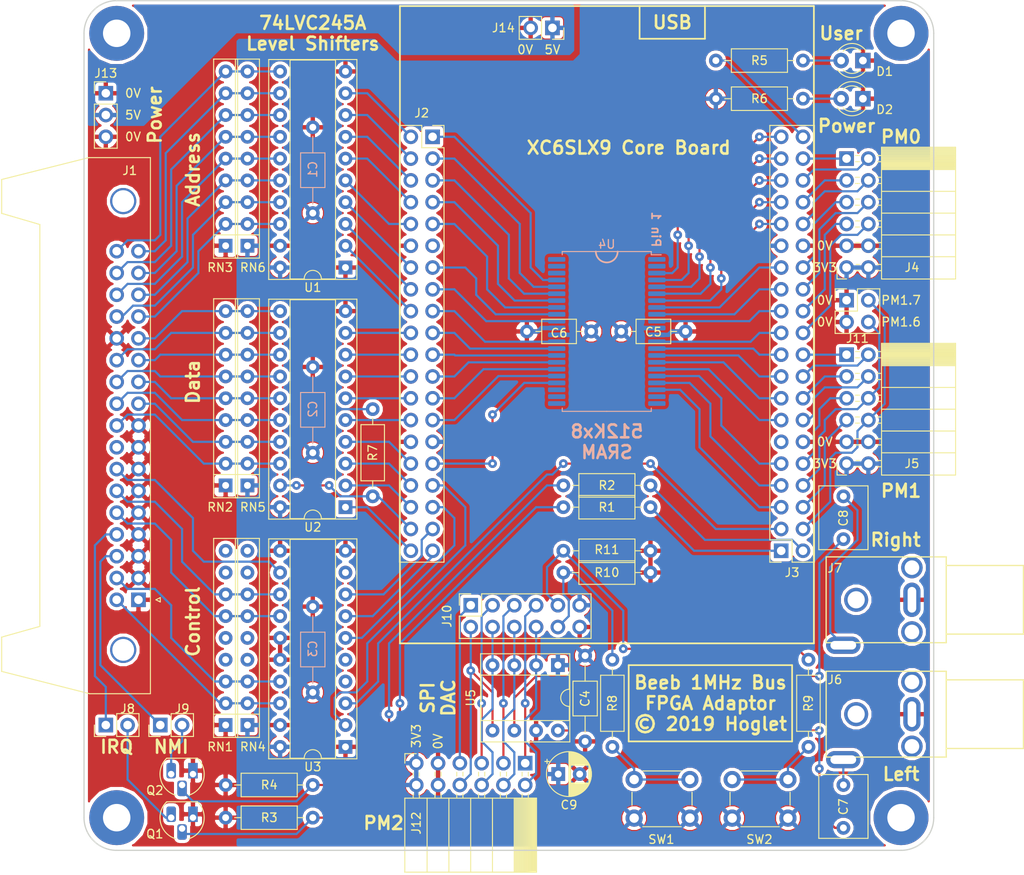
<source format=kicad_pcb>
(kicad_pcb (version 20171130) (host pcbnew 5.0.2-bee76a0~70~ubuntu16.04.1)
  (layers (0 F.Cu signal) (31 B.Cu signal) (34 B.Paste user) (35 F.Paste user) (36 B.SilkS user) (37 F.SilkS user) (38 B.Mask user) (39 F.Mask user) (44 Edge.Cuts user))
  (net 0 "")
  (net 1 "Net-(C7-Pad1)")
  (net 2 GND)
  (net 3 "Net-(C8-Pad1)")
  (net 4 "Net-(Q2-Pad2)")
  (net 5 "Net-(Q1-Pad2)")
  (net 6 /LV_NMI)
  (net 7 /LV_IRQ)
  (net 8 /NNMI)
  (net 9 /NIRQ)
  (net 10 /RAMA0)
  (net 11 /RAMA1)
  (net 12 /RAMA2)
  (net 13 /RAMA3)
  (net 14 /RAMA4)
  (net 15 /RAMCEL)
  (net 16 /RAMD0)
  (net 17 /RAMD1)
  (net 18 +3V3)
  (net 19 /RAMD2)
  (net 20 /RAMD3)
  (net 21 /RAMWEL)
  (net 22 /RAMA5)
  (net 23 /RAMA6)
  (net 24 /RAMA7)
  (net 25 /RAMA8)
  (net 26 /RAMA9)
  (net 27 /RAMA10)
  (net 28 /RAMA11)
  (net 29 /RAMA12)
  (net 30 /RAMA13)
  (net 31 /RAMA14)
  (net 32 /RAMD4)
  (net 33 /RAMD5)
  (net 34 /RAMD6)
  (net 35 /RAMD7)
  (net 36 /RAMOEL)
  (net 37 /RAMA15)
  (net 38 /RAMA16)
  (net 39 /RAMA17)
  (net 40 /RAMA18)
  (net 41 /PMOD1_1)
  (net 42 /PMOD1_3)
  (net 43 "Net-(C8-Pad2)")
  (net 44 /PMOD1_0)
  (net 45 /PMOD1_2)
  (net 46 "Net-(C7-Pad2)")
  (net 47 /A7)
  (net 48 /LV_A0)
  (net 49 /A6)
  (net 50 /LV_A1)
  (net 51 /A5)
  (net 52 /LV_A2)
  (net 53 /A4)
  (net 54 /LV_A3)
  (net 55 /A3)
  (net 56 /LV_A4)
  (net 57 /A2)
  (net 58 /LV_A5)
  (net 59 /A1)
  (net 60 /LV_A6)
  (net 61 /A0)
  (net 62 /LV_A7)
  (net 63 /LV_OEL)
  (net 64 /LV_D7)
  (net 65 /D0)
  (net 66 /LV_D6)
  (net 67 /D1)
  (net 68 /LV_D5)
  (net 69 /D2)
  (net 70 /LV_D4)
  (net 71 /D3)
  (net 72 /LV_D3)
  (net 73 /D4)
  (net 74 /LV_D2)
  (net 75 /D5)
  (net 76 /LV_D1)
  (net 77 /D6)
  (net 78 /LV_D0)
  (net 79 /D7)
  (net 80 /LV_DIR)
  (net 81 /LV_RnW)
  (net 82 /NRST)
  (net 83 /LV_1MHZE)
  (net 84 /NPGFD)
  (net 85 "Net-(U3-Pad4)")
  (net 86 /NPGFC)
  (net 87 "Net-(U3-Pad5)")
  (net 88 /LV_NPGFC)
  (net 89 /LV_NPGFD)
  (net 90 /1MHZE)
  (net 91 /LV_NRST)
  (net 92 /RnW)
  (net 93 "Net-(U3-Pad9)")
  (net 94 /PMOD1_7)
  (net 95 /PMOD1_6)
  (net 96 /PMOD1_5)
  (net 97 /PMOD1_4)
  (net 98 /PMOD0_7)
  (net 99 /PMOD0_3)
  (net 100 /PMOD0_6)
  (net 101 /PMOD0_2)
  (net 102 /PMOD0_5)
  (net 103 /PMOD0_1)
  (net 104 /PMOD0_4)
  (net 105 /PMOD0_0)
  (net 106 "Net-(J1-Pad16)")
  (net 107 "Net-(RN4-Pad4)")
  (net 108 "Net-(RN4-Pad5)")
  (net 109 "Net-(RN4-Pad8)")
  (net 110 "Net-(RN4-Pad9)")
  (net 111 "Net-(RN1-Pad9)")
  (net 112 "Net-(RN1-Pad8)")
  (net 113 "Net-(RN1-Pad5)")
  (net 114 "Net-(RN1-Pad4)")
  (net 115 "Net-(D1-Pad2)")
  (net 116 "Net-(J3-Pad40)")
  (net 117 "Net-(D2-Pad2)")
  (net 118 "Net-(H4-Pad1)")
  (net 119 "Net-(H3-Pad1)")
  (net 120 "Net-(H2-Pad1)")
  (net 121 "Net-(H1-Pad1)")
  (net 122 "Net-(J9-Pad2)")
  (net 123 "Net-(J8-Pad2)")
  (net 124 "Net-(J3-Pad11)")
  (net 125 "Net-(J2-Pad11)")
  (net 126 "Net-(U4-Pad1)")
  (net 127 "Net-(U4-Pad2)")
  (net 128 "Net-(U4-Pad21)")
  (net 129 "Net-(U4-Pad22)")
  (net 130 "Net-(U4-Pad23)")
  (net 131 "Net-(U4-Pad24)")
  (net 132 "Net-(U4-Pad25)")
  (net 133 "Net-(U4-Pad42)")
  (net 134 "Net-(U4-Pad43)")
  (net 135 "Net-(U4-Pad44)")
  (net 136 /SW1)
  (net 137 /SW2)
  (net 138 /PMOD2_0)
  (net 139 /PMOD2_1)
  (net 140 /PMOD2_2)
  (net 141 /PMOD2_3)
  (net 142 /PMOD2_4)
  (net 143 /PMOD2_5)
  (net 144 /PMOD2_6)
  (net 145 /PMOD2_7)
  (net 146 "Net-(R9-Pad1)")
  (net 147 "Net-(R8-Pad1)")
  (net 148 +5V)
  (module footprints:TSOP-II-44_10.16x18.41mm_P0.8mm (layer B.Cu) (at 111.4125 88.4 180)
    (fp_text reference U4 (at 0 10.16 180) (layer B.SilkS) (effects (justify mirror)))
    (fp_text value IS61C5128AL-10TLI)
    (pad 44 smd roundrect (at 5.8375 8.4 180) (size 2.025 0.55) (layers B.Cu B.Paste B.Mask) (net 135 "Net-(U4-Pad44)"))
    (pad 43 smd roundrect (at 5.8375 7.6 180) (size 2.025 0.55) (layers B.Cu B.Paste B.Mask) (net 134 "Net-(U4-Pad43)"))
    (pad 42 smd roundrect (at 5.8375 6.8 180) (size 2.025 0.55) (layers B.Cu B.Paste B.Mask) (net 133 "Net-(U4-Pad42)"))
    (pad 41 smd roundrect (at 5.8375 6 180) (size 2.025 0.55) (layers B.Cu B.Paste B.Mask) (net 40 /RAMA18))
    (pad 40 smd roundrect (at 5.8375 5.2 180) (size 2.025 0.55) (layers B.Cu B.Paste B.Mask) (net 39 /RAMA17))
    (pad 39 smd roundrect (at 5.8375 4.4 180) (size 2.025 0.55) (layers B.Cu B.Paste B.Mask) (net 38 /RAMA16))
    (pad 38 smd roundrect (at 5.8375 3.6 180) (size 2.025 0.55) (layers B.Cu B.Paste B.Mask) (net 37 /RAMA15))
    (pad 37 smd roundrect (at 5.8375 2.8 180) (size 2.025 0.55) (layers B.Cu B.Paste B.Mask) (net 36 /RAMOEL))
    (pad 36 smd roundrect (at 5.8375 2 180) (size 2.025 0.55) (layers B.Cu B.Paste B.Mask) (net 35 /RAMD7))
    (pad 35 smd roundrect (at 5.8375 1.2 180) (size 2.025 0.55) (layers B.Cu B.Paste B.Mask) (net 34 /RAMD6))
    (pad 34 smd roundrect (at 5.8375 0.4 180) (size 2.025 0.55) (layers B.Cu B.Paste B.Mask) (net 2 GND))
    (pad 33 smd roundrect (at 5.8375 -0.4 180) (size 2.025 0.55) (layers B.Cu B.Paste B.Mask) (net 18 +3V3))
    (pad 32 smd roundrect (at 5.8375 -1.2 180) (size 2.025 0.55) (layers B.Cu B.Paste B.Mask) (net 33 /RAMD5))
    (pad 31 smd roundrect (at 5.8375 -2 180) (size 2.025 0.55) (layers B.Cu B.Paste B.Mask) (net 32 /RAMD4))
    (pad 30 smd roundrect (at 5.8375 -2.8 180) (size 2.025 0.55) (layers B.Cu B.Paste B.Mask) (net 31 /RAMA14))
    (pad 29 smd roundrect (at 5.8375 -3.6 180) (size 2.025 0.55) (layers B.Cu B.Paste B.Mask) (net 30 /RAMA13))
    (pad 28 smd roundrect (at 5.8375 -4.4 180) (size 2.025 0.55) (layers B.Cu B.Paste B.Mask) (net 29 /RAMA12))
    (pad 27 smd roundrect (at 5.8375 -5.2 180) (size 2.025 0.55) (layers B.Cu B.Paste B.Mask) (net 28 /RAMA11))
    (pad 26 smd roundrect (at 5.8375 -6 180) (size 2.025 0.55) (layers B.Cu B.Paste B.Mask) (net 27 /RAMA10))
    (pad 25 smd roundrect (at 5.8375 -6.8 180) (size 2.025 0.55) (layers B.Cu B.Paste B.Mask) (net 132 "Net-(U4-Pad25)"))
    (pad 24 smd roundrect (at 5.8375 -7.6 180) (size 2.025 0.55) (layers B.Cu B.Paste B.Mask) (net 131 "Net-(U4-Pad24)"))
    (pad 23 smd roundrect (at 5.8375 -8.4 180) (size 2.025 0.55) (layers B.Cu B.Paste B.Mask) (net 130 "Net-(U4-Pad23)"))
    (pad 22 smd roundrect (at -5.8375 -8.4 180) (size 2.025 0.55) (layers B.Cu B.Paste B.Mask) (net 129 "Net-(U4-Pad22)"))
    (pad 21 smd roundrect (at -5.8375 -7.6 180) (size 2.025 0.55) (layers B.Cu B.Paste B.Mask) (net 128 "Net-(U4-Pad21)"))
    (pad 20 smd roundrect (at -5.8375 -6.8 180) (size 2.025 0.55) (layers B.Cu B.Paste B.Mask) (net 26 /RAMA9))
    (pad 19 smd roundrect (at -5.8375 -6 180) (size 2.025 0.55) (layers B.Cu B.Paste B.Mask) (net 25 /RAMA8))
    (pad 18 smd roundrect (at -5.8375 -5.2 180) (size 2.025 0.55) (layers B.Cu B.Paste B.Mask) (net 24 /RAMA7))
    (pad 17 smd roundrect (at -5.8375 -4.4 180) (size 2.025 0.55) (layers B.Cu B.Paste B.Mask) (net 23 /RAMA6))
    (pad 16 smd roundrect (at -5.8375 -3.6 180) (size 2.025 0.55) (layers B.Cu B.Paste B.Mask) (net 22 /RAMA5))
    (pad 15 smd roundrect (at -5.8375 -2.8 180) (size 2.025 0.55) (layers B.Cu B.Paste B.Mask) (net 21 /RAMWEL))
    (pad 14 smd roundrect (at -5.8375 -2 180) (size 2.025 0.55) (layers B.Cu B.Paste B.Mask) (net 20 /RAMD3))
    (pad 13 smd roundrect (at -5.8375 -1.2 180) (size 2.025 0.55) (layers B.Cu B.Paste B.Mask) (net 19 /RAMD2))
    (pad 12 smd roundrect (at -5.8375 -0.4 180) (size 2.025 0.55) (layers B.Cu B.Paste B.Mask) (net 2 GND))
    (pad 11 smd roundrect (at -5.8375 0.4 180) (size 2.025 0.55) (layers B.Cu B.Paste B.Mask) (net 18 +3V3))
    (pad 10 smd roundrect (at -5.8375 1.2 180) (size 2.025 0.55) (layers B.Cu B.Paste B.Mask) (net 17 /RAMD1))
    (pad 9 smd roundrect (at -5.8375 2 180) (size 2.025 0.55) (layers B.Cu B.Paste B.Mask) (net 16 /RAMD0))
    (pad 8 smd roundrect (at -5.8375 2.8 180) (size 2.025 0.55) (layers B.Cu B.Paste B.Mask) (net 15 /RAMCEL))
    (pad 7 smd roundrect (at -5.8375 3.6 180) (size 2.025 0.55) (layers B.Cu B.Paste B.Mask) (net 14 /RAMA4))
    (pad 6 smd roundrect (at -5.8375 4.4 180) (size 2.025 0.55) (layers B.Cu B.Paste B.Mask) (net 13 /RAMA3))
    (pad 5 smd roundrect (at -5.8375 5.2 180) (size 2.025 0.55) (layers B.Cu B.Paste B.Mask) (net 12 /RAMA2))
    (pad 4 smd roundrect (at -5.8375 6 180) (size 2.025 0.55) (layers B.Cu B.Paste B.Mask) (net 11 /RAMA1))
    (pad 3 smd roundrect (at -5.8375 6.8 180) (size 2.025 0.55) (layers B.Cu B.Paste B.Mask) (net 10 /RAMA0))
    (pad 2 smd roundrect (at -5.8375 7.6 180) (size 2.025 0.55) (layers B.Cu B.Paste B.Mask) (net 127 "Net-(U4-Pad2)"))
    (pad 1 smd roundrect (at -5.8375 8.4 180) (size 2.025 0.55) (layers B.Cu B.Paste B.Mask) (net 126 "Net-(U4-Pad1)"))
  )
  (module Connector_PinHeader_2.54mm:PinHeader_1x03_P2.54mm_Vertical (layer F.Cu) (at 53.01 60.63)
    (fp_text reference J13 (at 0 -2.33) (layer F.SilkS))
    (fp_text value Conn_01x03)
    (pad 1 thru_hole rect (at 0 0) (size 1.7 1.7) (drill 1) (layers *.Cu *.Mask) (net 2 GND))
    (pad 2 thru_hole oval (at 0 2.54) (size 1.7 1.7) (drill 1) (layers *.Cu *.Mask) (net 148 +5V))
    (pad 3 thru_hole oval (at 0 5.08) (size 1.7 1.7) (drill 1) (layers *.Cu *.Mask) (net 2 GND))
  )
  (module Connector_PinSocket_2.54mm:PinSocket_1x02_P2.54mm_Vertical (layer F.Cu) (at 105.08 53.01 270)
    (fp_text reference J14 (at 0 5.715) (layer F.SilkS))
    (fp_text value Conn_01x02)
    (pad 1 thru_hole rect (at 0 0 270) (size 1.7 1.7) (drill 1) (layers *.Cu *.Mask) (net 148 +5V))
    (pad 2 thru_hole oval (at 0 2.54 270) (size 1.7 1.7) (drill 1) (layers *.Cu *.Mask) (net 2 GND))
  )
  (module footprints:IDC-Header_2x17_P2.54mm_Horizontal_Lock (layer F.Cu) (at 56.82 119.685 180)
    (fp_text reference J1 (at 1.016 50.038 180) (layer F.SilkS))
    (fp_text value Conn_02x17_Odd_Even)
    (pad "" thru_hole circle (at 1.78 -5.84 90) (size 3.05 3.05) (drill 2.54) (layers *.Cu *.Mask))
    (pad "" thru_hole circle (at 1.78 46.48 90) (size 3.05 3.05) (drill 2.54) (layers *.Cu *.Mask))
    (pad 1 thru_hole rect (at 0 0 90) (size 1.7 1.7) (drill 1) (layers *.Cu *.Mask) (net 2 GND))
    (pad 2 thru_hole circle (at 2.54 0 90) (size 1.7 1.7) (drill 1) (layers *.Cu *.Mask) (net 92 /RnW))
    (pad 3 thru_hole circle (at 0 2.54 90) (size 1.7 1.7) (drill 1) (layers *.Cu *.Mask) (net 2 GND))
    (pad 4 thru_hole circle (at 2.54 2.54 90) (size 1.7 1.7) (drill 1) (layers *.Cu *.Mask) (net 90 /1MHZE))
    (pad 5 thru_hole circle (at 0 5.08 90) (size 1.7 1.7) (drill 1) (layers *.Cu *.Mask) (net 2 GND))
    (pad 6 thru_hole circle (at 2.54 5.08 90) (size 1.7 1.7) (drill 1) (layers *.Cu *.Mask) (net 8 /NNMI))
    (pad 7 thru_hole circle (at 0 7.62 90) (size 1.7 1.7) (drill 1) (layers *.Cu *.Mask) (net 2 GND))
    (pad 8 thru_hole circle (at 2.54 7.62 90) (size 1.7 1.7) (drill 1) (layers *.Cu *.Mask) (net 9 /NIRQ))
    (pad 9 thru_hole circle (at 0 10.16 90) (size 1.7 1.7) (drill 1) (layers *.Cu *.Mask) (net 2 GND))
    (pad 10 thru_hole circle (at 2.54 10.16 90) (size 1.7 1.7) (drill 1) (layers *.Cu *.Mask) (net 86 /NPGFC))
    (pad 11 thru_hole circle (at 0 12.7 90) (size 1.7 1.7) (drill 1) (layers *.Cu *.Mask) (net 2 GND))
    (pad 12 thru_hole circle (at 2.54 12.7 90) (size 1.7 1.7) (drill 1) (layers *.Cu *.Mask) (net 84 /NPGFD))
    (pad 13 thru_hole circle (at 0 15.24 90) (size 1.7 1.7) (drill 1) (layers *.Cu *.Mask) (net 2 GND))
    (pad 14 thru_hole circle (at 2.54 15.24 90) (size 1.7 1.7) (drill 1) (layers *.Cu *.Mask) (net 82 /NRST))
    (pad 15 thru_hole circle (at 0 17.78 90) (size 1.7 1.7) (drill 1) (layers *.Cu *.Mask) (net 2 GND))
    (pad 16 thru_hole circle (at 2.54 17.78 90) (size 1.7 1.7) (drill 1) (layers *.Cu *.Mask) (net 106 "Net-(J1-Pad16)"))
    (pad 17 thru_hole circle (at 0 20.32 90) (size 1.7 1.7) (drill 1) (layers *.Cu *.Mask) (net 2 GND))
    (pad 18 thru_hole circle (at 2.54 20.32 90) (size 1.7 1.7) (drill 1) (layers *.Cu *.Mask) (net 65 /D0))
    (pad 19 thru_hole circle (at 0 22.86 90) (size 1.7 1.7) (drill 1) (layers *.Cu *.Mask) (net 67 /D1))
    (pad 20 thru_hole circle (at 2.54 22.86 90) (size 1.7 1.7) (drill 1) (layers *.Cu *.Mask) (net 69 /D2))
    (pad 21 thru_hole circle (at 0 25.4 90) (size 1.7 1.7) (drill 1) (layers *.Cu *.Mask) (net 71 /D3))
    (pad 22 thru_hole circle (at 2.54 25.4 90) (size 1.7 1.7) (drill 1) (layers *.Cu *.Mask) (net 73 /D4))
    (pad 23 thru_hole circle (at 0 27.94 90) (size 1.7 1.7) (drill 1) (layers *.Cu *.Mask) (net 75 /D5))
    (pad 24 thru_hole circle (at 2.54 27.94 90) (size 1.7 1.7) (drill 1) (layers *.Cu *.Mask) (net 77 /D6))
    (pad 25 thru_hole circle (at 0 30.48 90) (size 1.7 1.7) (drill 1) (layers *.Cu *.Mask) (net 79 /D7))
    (pad 26 thru_hole circle (at 2.54 30.48 90) (size 1.7 1.7) (drill 1) (layers *.Cu *.Mask) (net 2 GND))
    (pad 27 thru_hole circle (at 0 33.02 90) (size 1.7 1.7) (drill 1) (layers *.Cu *.Mask) (net 61 /A0))
    (pad 28 thru_hole circle (at 2.54 33.02 90) (size 1.7 1.7) (drill 1) (layers *.Cu *.Mask) (net 59 /A1))
    (pad 29 thru_hole circle (at 0 35.56 90) (size 1.7 1.7) (drill 1) (layers *.Cu *.Mask) (net 57 /A2))
    (pad 30 thru_hole circle (at 2.54 35.56 90) (size 1.7 1.7) (drill 1) (layers *.Cu *.Mask) (net 55 /A3))
    (pad 31 thru_hole circle (at 0 38.1 90) (size 1.7 1.7) (drill 1) (layers *.Cu *.Mask) (net 53 /A4))
    (pad 32 thru_hole circle (at 2.54 38.1 90) (size 1.7 1.7) (drill 1) (layers *.Cu *.Mask) (net 51 /A5))
    (pad 33 thru_hole circle (at 0 40.64 90) (size 1.7 1.7) (drill 1) (layers *.Cu *.Mask) (net 49 /A6))
    (pad 34 thru_hole circle (at 2.54 40.64 90) (size 1.7 1.7) (drill 1) (layers *.Cu *.Mask) (net 47 /A7))
  )
  (module Capacitor_THT:C_Axial_L3.8mm_D2.6mm_P7.50mm_Horizontal (layer F.Cu) (at 109.6 88.4 180)
    (fp_text reference C6 (at 3.75 -0.1905 180) (layer F.SilkS))
    (fp_text value 100n)
    (pad 1 thru_hole circle (at 0 0 180) (size 1.6 1.6) (drill 0.8) (layers *.Cu *.Mask) (net 18 +3V3))
    (pad 2 thru_hole oval (at 7.5 0 180) (size 1.6 1.6) (drill 0.8) (layers *.Cu *.Mask) (net 2 GND))
  )
  (module Capacitor_THT:C_Axial_L3.8mm_D2.6mm_P7.50mm_Horizontal (layer F.Cu) (at 113.1 88.4)
    (fp_text reference C5 (at 3.75 0.0635) (layer F.SilkS))
    (fp_text value 100n)
    (pad 2 thru_hole oval (at 7.5 0) (size 1.6 1.6) (drill 0.8) (layers *.Cu *.Mask) (net 2 GND))
    (pad 1 thru_hole circle (at 0 0) (size 1.6 1.6) (drill 0.8) (layers *.Cu *.Mask) (net 18 +3V3))
  )
  (module Capacitor_THT:CP_Radial_D5.0mm_P2.50mm (layer F.Cu) (at 105.755 140.005)
    (fp_text reference C9 (at 1.25 3.595) (layer F.SilkS))
    (fp_text value 10u)
    (pad 1 thru_hole rect (at 0 0) (size 1.6 1.6) (drill 0.8) (layers *.Cu *.Mask) (net 18 +3V3))
    (pad 2 thru_hole circle (at 2.5 0) (size 1.6 1.6) (drill 0.8) (layers *.Cu *.Mask) (net 2 GND))
  )
  (module Resistor_THT:R_Axial_DIN0207_L6.3mm_D2.5mm_P10.16mm_Horizontal (layer F.Cu) (at 106.35 116.51)
    (fp_text reference R10 (at 5.08 0) (layer F.SilkS))
    (fp_text value 1K)
    (pad 1 thru_hole circle (at 0 0) (size 1.6 1.6) (drill 0.8) (layers *.Cu *.Mask) (net 136 /SW1))
    (pad 2 thru_hole oval (at 10.16 0) (size 1.6 1.6) (drill 0.8) (layers *.Cu *.Mask) (net 2 GND))
  )
  (module Resistor_THT:R_Axial_DIN0207_L6.3mm_D2.5mm_P10.16mm_Horizontal (layer F.Cu) (at 106.35 113.97)
    (fp_text reference R11 (at 5.08 -0.130001) (layer F.SilkS))
    (fp_text value 1K)
    (pad 2 thru_hole oval (at 10.16 0) (size 1.6 1.6) (drill 0.8) (layers *.Cu *.Mask) (net 2 GND))
    (pad 1 thru_hole circle (at 0 0) (size 1.6 1.6) (drill 0.8) (layers *.Cu *.Mask) (net 137 /SW2))
  )
  (module Capacitor_THT:C_Axial_L3.8mm_D2.6mm_P10.00mm_Horizontal (layer B.Cu) (at 77.14 74.6 90)
    (fp_text reference C1 (at 5.08 0 90) (layer B.SilkS) (effects (justify mirror)))
    (fp_text value 100n)
    (pad 1 thru_hole circle (at 0 0 90) (size 1.6 1.6) (drill 0.8) (layers *.Cu *.Mask) (net 18 +3V3))
    (pad 2 thru_hole oval (at 10 0 90) (size 1.6 1.6) (drill 0.8) (layers *.Cu *.Mask) (net 2 GND))
  )
  (module Capacitor_THT:C_Axial_L3.8mm_D2.6mm_P10.00mm_Horizontal (layer B.Cu) (at 77.14 102.54 90)
    (fp_text reference C2 (at 5.08 0 90) (layer B.SilkS) (effects (justify mirror)))
    (fp_text value 100n)
    (pad 2 thru_hole oval (at 10 0 90) (size 1.6 1.6) (drill 0.8) (layers *.Cu *.Mask) (net 2 GND))
    (pad 1 thru_hole circle (at 0 0 90) (size 1.6 1.6) (drill 0.8) (layers *.Cu *.Mask) (net 18 +3V3))
  )
  (module Capacitor_THT:C_Axial_L3.8mm_D2.6mm_P10.00mm_Horizontal (layer B.Cu) (at 77.14 130.48 90)
    (fp_text reference C3 (at 5.08 0 90) (layer B.SilkS) (effects (justify mirror)))
    (fp_text value 100n)
    (pad 2 thru_hole oval (at 10 0 90) (size 1.6 1.6) (drill 0.8) (layers *.Cu *.Mask) (net 2 GND))
    (pad 1 thru_hole circle (at 0 0 90) (size 1.6 1.6) (drill 0.8) (layers *.Cu *.Mask) (net 18 +3V3))
  )
  (module Capacitor_THT:C_Axial_L3.8mm_D2.6mm_P10.00mm_Horizontal (layer F.Cu) (at 108.89 126.195 270)
    (fp_text reference C4 (at 5 0 270) (layer F.SilkS))
    (fp_text value 100n)
    (pad 1 thru_hole circle (at 0 0 270) (size 1.6 1.6) (drill 0.8) (layers *.Cu *.Mask) (net 18 +3V3))
    (pad 2 thru_hole oval (at 10 0 270) (size 1.6 1.6) (drill 0.8) (layers *.Cu *.Mask) (net 2 GND))
  )
  (module Capacitor_THT:C_Rect_L7.2mm_W5.5mm_P5.00mm_FKS2_FKP2_MKS2_MKP2 (layer F.Cu) (at 139 141.275 270)
    (fp_text reference C7 (at 2.54 0 270) (layer F.SilkS))
    (fp_text value 1u)
    (pad 2 thru_hole circle (at 5 0 270) (size 1.6 1.6) (drill 0.8) (layers *.Cu *.Mask) (net 46 "Net-(C7-Pad2)"))
    (pad 1 thru_hole circle (at 0 0 270) (size 1.6 1.6) (drill 0.8) (layers *.Cu *.Mask) (net 1 "Net-(C7-Pad1)"))
  )
  (module Capacitor_THT:C_Rect_L7.2mm_W5.5mm_P5.00mm_FKS2_FKP2_MKS2_MKP2 (layer F.Cu) (at 139 107.62 270)
    (fp_text reference C8 (at 2.54 0 270) (layer F.SilkS))
    (fp_text value 1u)
    (pad 1 thru_hole circle (at 0 0 270) (size 1.6 1.6) (drill 0.8) (layers *.Cu *.Mask) (net 3 "Net-(C8-Pad1)"))
    (pad 2 thru_hole circle (at 5 0 270) (size 1.6 1.6) (drill 0.8) (layers *.Cu *.Mask) (net 43 "Net-(C8-Pad2)"))
  )
  (module footprints:PinSocket_2x06_P2.54mm_Horizontal (layer F.Cu) (at 89.205 138.735 90)
    (fp_text reference J12 (at -6.985 0 90) (layer F.SilkS))
    (fp_text value Conn_02x06_Top_Bottom)
    (pad 1 thru_hole rect (at 0 12.7 90) (size 1.7 1.7) (drill 1) (layers *.Cu *.Mask) (net 138 /PMOD2_0))
    (pad 2 thru_hole oval (at 0 10.16 90) (size 1.7 1.7) (drill 1) (layers *.Cu *.Mask) (net 139 /PMOD2_1))
    (pad 3 thru_hole oval (at 0 7.62 90) (size 1.7 1.7) (drill 1) (layers *.Cu *.Mask) (net 140 /PMOD2_2))
    (pad 4 thru_hole oval (at 0 5.08 90) (size 1.7 1.7) (drill 1) (layers *.Cu *.Mask) (net 141 /PMOD2_3))
    (pad 5 thru_hole oval (at 0 2.54 90) (size 1.7 1.7) (drill 1) (layers *.Cu *.Mask) (net 2 GND))
    (pad 6 thru_hole oval (at 0 0 90) (size 1.7 1.7) (drill 1) (layers *.Cu *.Mask) (net 18 +3V3))
    (pad 7 thru_hole oval (at -2.54 12.7 90) (size 1.7 1.7) (drill 1) (layers *.Cu *.Mask) (net 142 /PMOD2_4))
    (pad 8 thru_hole oval (at -2.54 10.16 90) (size 1.7 1.7) (drill 1) (layers *.Cu *.Mask) (net 143 /PMOD2_5))
    (pad 9 thru_hole oval (at -2.54 7.62 90) (size 1.7 1.7) (drill 1) (layers *.Cu *.Mask) (net 144 /PMOD2_6))
    (pad 10 thru_hole oval (at -2.54 5.08 90) (size 1.7 1.7) (drill 1) (layers *.Cu *.Mask) (net 145 /PMOD2_7))
    (pad 11 thru_hole oval (at -2.54 2.54 90) (size 1.7 1.7) (drill 1) (layers *.Cu *.Mask) (net 2 GND))
    (pad 12 thru_hole oval (at -2.54 0 90) (size 1.7 1.7) (drill 1) (layers *.Cu *.Mask) (net 18 +3V3))
  )
  (module Package_DIP:DIP-8_W7.62mm_Socket (layer F.Cu) (at 105.715 127.305 270)
    (fp_text reference U5 (at 3.81 10.16 90) (layer F.SilkS))
    (fp_text value MCP4822)
    (pad 8 thru_hole oval (at 7.62 0 270) (size 1.6 1.6) (drill 0.8) (layers *.Cu *.Mask) (net 46 "Net-(C7-Pad2)"))
    (pad 4 thru_hole oval (at 0 7.62 270) (size 1.6 1.6) (drill 0.8) (layers *.Cu *.Mask) (net 144 /PMOD2_6))
    (pad 7 thru_hole oval (at 7.62 2.54 270) (size 1.6 1.6) (drill 0.8) (layers *.Cu *.Mask) (net 2 GND))
    (pad 3 thru_hole oval (at 0 5.08 270) (size 1.6 1.6) (drill 0.8) (layers *.Cu *.Mask) (net 143 /PMOD2_5))
    (pad 6 thru_hole oval (at 7.62 5.08 270) (size 1.6 1.6) (drill 0.8) (layers *.Cu *.Mask) (net 43 "Net-(C8-Pad2)"))
    (pad 2 thru_hole oval (at 0 2.54 270) (size 1.6 1.6) (drill 0.8) (layers *.Cu *.Mask) (net 142 /PMOD2_4))
    (pad 5 thru_hole oval (at 7.62 7.62 270) (size 1.6 1.6) (drill 0.8) (layers *.Cu *.Mask) (net 145 /PMOD2_7))
    (pad 1 thru_hole rect (at 0 0 270) (size 1.6 1.6) (drill 0.8) (layers *.Cu *.Mask) (net 18 +3V3))
  )
  (module Connector_PinHeader_2.54mm:PinHeader_2x02_P2.54mm_Vertical (layer F.Cu) (at 139.37 84.76)
    (fp_text reference J11 (at 1.27 4.445) (layer F.SilkS))
    (fp_text value Conn_02x02_Odd_Even)
    (pad 4 thru_hole oval (at 2.54 2.54) (size 1.7 1.7) (drill 1) (layers *.Cu *.Mask) (net 95 /PMOD1_6))
    (pad 3 thru_hole oval (at 0 2.54) (size 1.7 1.7) (drill 1) (layers *.Cu *.Mask) (net 2 GND))
    (pad 2 thru_hole oval (at 2.54 0) (size 1.7 1.7) (drill 1) (layers *.Cu *.Mask) (net 94 /PMOD1_7))
    (pad 1 thru_hole rect (at 0 0) (size 1.7 1.7) (drill 1) (layers *.Cu *.Mask) (net 2 GND))
  )
  (module Connector_PinSocket_2.54mm:PinSocket_2x06_P2.54mm_Vertical (layer F.Cu) (at 95.555 120.32 90)
    (fp_text reference J10 (at -1.27 -2.77 90) (layer F.SilkS))
    (fp_text value Conn_02x06_Odd_Even)
    (pad 12 thru_hole oval (at -2.54 12.7 90) (size 1.7 1.7) (drill 1) (layers *.Cu *.Mask) (net 2 GND))
    (pad 11 thru_hole oval (at 0 12.7 90) (size 1.7 1.7) (drill 1) (layers *.Cu *.Mask) (net 18 +3V3))
    (pad 10 thru_hole oval (at -2.54 10.16 90) (size 1.7 1.7) (drill 1) (layers *.Cu *.Mask) (net 136 /SW1))
    (pad 9 thru_hole oval (at 0 10.16 90) (size 1.7 1.7) (drill 1) (layers *.Cu *.Mask) (net 137 /SW2))
    (pad 8 thru_hole oval (at -2.54 7.62 90) (size 1.7 1.7) (drill 1) (layers *.Cu *.Mask) (net 142 /PMOD2_4))
    (pad 7 thru_hole oval (at 0 7.62 90) (size 1.7 1.7) (drill 1) (layers *.Cu *.Mask) (net 138 /PMOD2_0))
    (pad 6 thru_hole oval (at -2.54 5.08 90) (size 1.7 1.7) (drill 1) (layers *.Cu *.Mask) (net 143 /PMOD2_5))
    (pad 5 thru_hole oval (at 0 5.08 90) (size 1.7 1.7) (drill 1) (layers *.Cu *.Mask) (net 139 /PMOD2_1))
    (pad 4 thru_hole oval (at -2.54 2.54 90) (size 1.7 1.7) (drill 1) (layers *.Cu *.Mask) (net 144 /PMOD2_6))
    (pad 3 thru_hole oval (at 0 2.54 90) (size 1.7 1.7) (drill 1) (layers *.Cu *.Mask) (net 140 /PMOD2_2))
    (pad 2 thru_hole oval (at -2.54 0 90) (size 1.7 1.7) (drill 1) (layers *.Cu *.Mask) (net 145 /PMOD2_7))
    (pad 1 thru_hole rect (at 0 0 90) (size 1.7 1.7) (drill 1) (layers *.Cu *.Mask) (net 141 /PMOD2_3))
  )
  (module Button_Switch_THT:SW_PUSH_6mm_H5mm (layer F.Cu) (at 126.035 140.64)
    (fp_text reference SW2 (at 3.175 6.985) (layer F.SilkS))
    (fp_text value SW_Push)
    (pad 1 thru_hole circle (at 6.5 0 90) (size 2 2) (drill 1.1) (layers *.Cu *.Mask) (net 146 "Net-(R9-Pad1)"))
    (pad 2 thru_hole circle (at 6.5 4.5 90) (size 2 2) (drill 1.1) (layers *.Cu *.Mask) (net 18 +3V3))
    (pad 1 thru_hole circle (at 0 0 90) (size 2 2) (drill 1.1) (layers *.Cu *.Mask) (net 146 "Net-(R9-Pad1)"))
    (pad 2 thru_hole circle (at 0 4.5 90) (size 2 2) (drill 1.1) (layers *.Cu *.Mask) (net 18 +3V3))
  )
  (module Button_Switch_THT:SW_PUSH_6mm_H5mm (layer F.Cu) (at 114.605 140.64)
    (fp_text reference SW1 (at 3.175 6.985) (layer F.SilkS))
    (fp_text value SW_Push)
    (pad 1 thru_hole circle (at 6.5 0 90) (size 2 2) (drill 1.1) (layers *.Cu *.Mask) (net 147 "Net-(R8-Pad1)"))
    (pad 2 thru_hole circle (at 6.5 4.5 90) (size 2 2) (drill 1.1) (layers *.Cu *.Mask) (net 18 +3V3))
    (pad 1 thru_hole circle (at 0 0 90) (size 2 2) (drill 1.1) (layers *.Cu *.Mask) (net 147 "Net-(R8-Pad1)"))
    (pad 2 thru_hole circle (at 0 4.5 90) (size 2 2) (drill 1.1) (layers *.Cu *.Mask) (net 18 +3V3))
  )
  (module Resistor_THT:R_Axial_DIN0207_L6.3mm_D2.5mm_P10.16mm_Horizontal (layer F.Cu) (at 112.065 136.83 90)
    (fp_text reference R8 (at 5.08 0 90) (layer F.SilkS))
    (fp_text value 100R)
    (pad 2 thru_hole oval (at 10.16 0 90) (size 1.6 1.6) (drill 0.8) (layers *.Cu *.Mask) (net 136 /SW1))
    (pad 1 thru_hole circle (at 0 0 90) (size 1.6 1.6) (drill 0.8) (layers *.Cu *.Mask) (net 147 "Net-(R8-Pad1)"))
  )
  (module Resistor_THT:R_Axial_DIN0207_L6.3mm_D2.5mm_P10.16mm_Horizontal (layer F.Cu) (at 134.925 136.83 90)
    (fp_text reference R9 (at 5.08 0 90) (layer F.SilkS))
    (fp_text value 100R)
    (pad 2 thru_hole oval (at 10.16 0 90) (size 1.6 1.6) (drill 0.8) (layers *.Cu *.Mask) (net 137 /SW2))
    (pad 1 thru_hole circle (at 0 0 90) (size 1.6 1.6) (drill 0.8) (layers *.Cu *.Mask) (net 146 "Net-(R9-Pad1)"))
  )
  (module Connector_PinHeader_2.54mm:PinHeader_1x02_P2.54mm_Vertical (layer F.Cu) (at 53.01 134.29 90)
    (fp_text reference J8 (at 1.905 2.54 180) (layer F.SilkS))
    (fp_text value Conn_01x02_Male)
    (pad 2 thru_hole oval (at 0 2.54 90) (size 1.7 1.7) (drill 1) (layers *.Cu *.Mask) (net 123 "Net-(J8-Pad2)"))
    (pad 1 thru_hole rect (at 0 0 90) (size 1.7 1.7) (drill 1) (layers *.Cu *.Mask) (net 9 /NIRQ))
  )
  (module Connector_PinHeader_2.54mm:PinHeader_1x02_P2.54mm_Vertical (layer F.Cu) (at 59.36 134.29 90)
    (fp_text reference J9 (at 1.905 2.54 180) (layer F.SilkS))
    (fp_text value Conn_01x02_Male)
    (pad 2 thru_hole oval (at 0 2.54 90) (size 1.7 1.7) (drill 1) (layers *.Cu *.Mask) (net 122 "Net-(J9-Pad2)"))
    (pad 1 thru_hole rect (at 0 0 90) (size 1.7 1.7) (drill 1) (layers *.Cu *.Mask) (net 8 /NNMI))
  )
  (module Resistor_THT:R_Axial_DIN0207_L6.3mm_D2.5mm_P10.16mm_Horizontal (layer F.Cu) (at 84.125 97.46 270)
    (fp_text reference R7 (at 5.08 0 270) (layer F.SilkS))
    (fp_text value 10K)
    (pad 2 thru_hole oval (at 10.16 0 270) (size 1.6 1.6) (drill 0.8) (layers *.Cu *.Mask) (net 63 /LV_OEL))
    (pad 1 thru_hole circle (at 0 0 270) (size 1.6 1.6) (drill 0.8) (layers *.Cu *.Mask) (net 18 +3V3))
  )
  (module MountingHole:MountingHole_3.2mm_M3_Pad (layer F.Cu) (at 54.28 53.645)
    (fp_text reference H1 hide)
    (fp_text value MountingHole_Pad)
    (pad 1 thru_hole circle (at 0 0) (size 6.4 6.4) (drill 3.2) (layers *.Cu *.Mask) (net 121 "Net-(H1-Pad1)"))
  )
  (module MountingHole:MountingHole_3.2mm_M3_Pad (layer F.Cu) (at 145.72 53.645)
    (fp_text reference H2 hide)
    (fp_text value MountingHole_Pad)
    (pad 1 thru_hole circle (at 0 0) (size 6.4 6.4) (drill 3.2) (layers *.Cu *.Mask) (net 120 "Net-(H2-Pad1)"))
  )
  (module MountingHole:MountingHole_3.2mm_M3_Pad (layer F.Cu) (at 54.28 145.085)
    (fp_text reference H3 hide)
    (fp_text value MountingHole_Pad)
    (pad 1 thru_hole circle (at 0 0) (size 6.4 6.4) (drill 3.2) (layers *.Cu *.Mask) (net 119 "Net-(H3-Pad1)"))
  )
  (module MountingHole:MountingHole_3.2mm_M3_Pad (layer F.Cu) (at 145.72 145.085)
    (fp_text reference H4 hide)
    (fp_text value MountingHole_Pad)
    (pad 1 thru_hole circle (at 0 0) (size 6.4 6.4) (drill 3.2) (layers *.Cu *.Mask) (net 118 "Net-(H4-Pad1)"))
  )
  (module Resistor_THT:R_Axial_DIN0207_L6.3mm_D2.5mm_P10.16mm_Horizontal (layer F.Cu) (at 77.14 145.085 180)
    (fp_text reference R3 (at 5.08 0 180) (layer F.SilkS))
    (fp_text value 1K0)
    (pad 2 thru_hole oval (at 10.16 0 180) (size 1.6 1.6) (drill 0.8) (layers *.Cu *.Mask) (net 2 GND))
    (pad 1 thru_hole circle (at 0 0 180) (size 1.6 1.6) (drill 0.8) (layers *.Cu *.Mask) (net 5 "Net-(Q1-Pad2)"))
  )
  (module Package_TO_SOT_THT:TO-92_HandSolder (layer F.Cu) (at 63.17 145.085 180)
    (fp_text reference Q1 (at 4.445 -1.905 180) (layer F.SilkS))
    (fp_text value 2N3904)
    (pad 1 thru_hole rect (at 0 0 180) (size 1.1 1.8) (drill 0.75 (offset 0 0.4)) (layers *.Cu *.Mask) (net 2 GND))
    (pad 3 thru_hole roundrect (at 2.54 0 180) (size 1.1 1.8) (drill 0.75 (offset 0 0.4)) (layers *.Cu *.Mask) (net 123 "Net-(J8-Pad2)"))
    (pad 2 thru_hole roundrect (at 1.27 -1.27 180) (size 1.1 1.8) (drill 0.75 (offset 0 -0.4)) (layers *.Cu *.Mask) (net 5 "Net-(Q1-Pad2)"))
  )
  (module Package_TO_SOT_THT:TO-92_HandSolder (layer F.Cu) (at 63.17 140.005 180)
    (fp_text reference Q2 (at 4.445 -1.905 180) (layer F.SilkS))
    (fp_text value 2N3904)
    (pad 1 thru_hole rect (at 0 0 180) (size 1.1 1.8) (drill 0.75 (offset 0 0.4)) (layers *.Cu *.Mask) (net 2 GND))
    (pad 3 thru_hole roundrect (at 2.54 0 180) (size 1.1 1.8) (drill 0.75 (offset 0 0.4)) (layers *.Cu *.Mask) (net 122 "Net-(J9-Pad2)"))
    (pad 2 thru_hole roundrect (at 1.27 -1.27 180) (size 1.1 1.8) (drill 0.75 (offset 0 -0.4)) (layers *.Cu *.Mask) (net 4 "Net-(Q2-Pad2)"))
  )
  (module footprints:PinSocket_2x06_P2.54mm_Horizontal (layer F.Cu) (at 139.37 80.95 180)
    (fp_text reference J4 (at -7.62 0 180) (layer F.SilkS))
    (fp_text value Conn_02x06_Top_Bottom)
    (pad 12 thru_hole oval (at -2.54 0 180) (size 1.7 1.7) (drill 1) (layers *.Cu *.Mask) (net 18 +3V3))
    (pad 11 thru_hole oval (at -2.54 2.54 180) (size 1.7 1.7) (drill 1) (layers *.Cu *.Mask) (net 2 GND))
    (pad 10 thru_hole oval (at -2.54 5.08 180) (size 1.7 1.7) (drill 1) (layers *.Cu *.Mask) (net 98 /PMOD0_7))
    (pad 9 thru_hole oval (at -2.54 7.62 180) (size 1.7 1.7) (drill 1) (layers *.Cu *.Mask) (net 100 /PMOD0_6))
    (pad 8 thru_hole oval (at -2.54 10.16 180) (size 1.7 1.7) (drill 1) (layers *.Cu *.Mask) (net 102 /PMOD0_5))
    (pad 7 thru_hole oval (at -2.54 12.7 180) (size 1.7 1.7) (drill 1) (layers *.Cu *.Mask) (net 104 /PMOD0_4))
    (pad 6 thru_hole oval (at 0 0 180) (size 1.7 1.7) (drill 1) (layers *.Cu *.Mask) (net 18 +3V3))
    (pad 5 thru_hole oval (at 0 2.54 180) (size 1.7 1.7) (drill 1) (layers *.Cu *.Mask) (net 2 GND))
    (pad 4 thru_hole oval (at 0 5.08 180) (size 1.7 1.7) (drill 1) (layers *.Cu *.Mask) (net 99 /PMOD0_3))
    (pad 3 thru_hole oval (at 0 7.62 180) (size 1.7 1.7) (drill 1) (layers *.Cu *.Mask) (net 101 /PMOD0_2))
    (pad 2 thru_hole oval (at 0 10.16 180) (size 1.7 1.7) (drill 1) (layers *.Cu *.Mask) (net 103 /PMOD0_1))
    (pad 1 thru_hole rect (at 0 12.7 180) (size 1.7 1.7) (drill 1) (layers *.Cu *.Mask) (net 105 /PMOD0_0))
  )
  (module footprints:PinSocket_2x06_P2.54mm_Horizontal (layer F.Cu) (at 139.37 103.81 180)
    (fp_text reference J5 (at -7.62 0 180) (layer F.SilkS))
    (fp_text value Conn_02x06_Top_Bottom)
    (pad 12 thru_hole oval (at -2.54 0 180) (size 1.7 1.7) (drill 1) (layers *.Cu *.Mask) (net 18 +3V3))
    (pad 11 thru_hole oval (at -2.54 2.54 180) (size 1.7 1.7) (drill 1) (layers *.Cu *.Mask) (net 2 GND))
    (pad 10 thru_hole oval (at -2.54 5.08 180) (size 1.7 1.7) (drill 1) (layers *.Cu *.Mask) (net 94 /PMOD1_7))
    (pad 9 thru_hole oval (at -2.54 7.62 180) (size 1.7 1.7) (drill 1) (layers *.Cu *.Mask) (net 95 /PMOD1_6))
    (pad 8 thru_hole oval (at -2.54 10.16 180) (size 1.7 1.7) (drill 1) (layers *.Cu *.Mask) (net 96 /PMOD1_5))
    (pad 7 thru_hole oval (at -2.54 12.7 180) (size 1.7 1.7) (drill 1) (layers *.Cu *.Mask) (net 97 /PMOD1_4))
    (pad 6 thru_hole oval (at 0 0 180) (size 1.7 1.7) (drill 1) (layers *.Cu *.Mask) (net 18 +3V3))
    (pad 5 thru_hole oval (at 0 2.54 180) (size 1.7 1.7) (drill 1) (layers *.Cu *.Mask) (net 2 GND))
    (pad 4 thru_hole oval (at 0 5.08 180) (size 1.7 1.7) (drill 1) (layers *.Cu *.Mask) (net 42 /PMOD1_3))
    (pad 3 thru_hole oval (at 0 7.62 180) (size 1.7 1.7) (drill 1) (layers *.Cu *.Mask) (net 45 /PMOD1_2))
    (pad 2 thru_hole oval (at 0 10.16 180) (size 1.7 1.7) (drill 1) (layers *.Cu *.Mask) (net 41 /PMOD1_1))
    (pad 1 thru_hole rect (at 0 12.7 180) (size 1.7 1.7) (drill 1) (layers *.Cu *.Mask) (net 44 /PMOD1_0))
  )
  (module LED_THT:LED_D3.0mm (layer F.Cu) (at 141.275 56.82 180)
    (fp_text reference D1 (at -2.54 -1.27 180) (layer F.SilkS))
    (fp_text value LED)
    (pad 2 thru_hole circle (at 2.54 0 180) (size 1.8 1.8) (drill 0.9) (layers *.Cu *.Mask) (net 115 "Net-(D1-Pad2)"))
    (pad 1 thru_hole rect (at 0 0 180) (size 1.8 1.8) (drill 0.9) (layers *.Cu *.Mask) (net 2 GND))
  )
  (module LED_THT:LED_D3.0mm (layer F.Cu) (at 141.275 61.265 180)
    (fp_text reference D2 (at -2.54 -1.27 180) (layer F.SilkS))
    (fp_text value LED)
    (pad 2 thru_hole circle (at 2.54 0 180) (size 1.8 1.8) (drill 0.9) (layers *.Cu *.Mask) (net 117 "Net-(D2-Pad2)"))
    (pad 1 thru_hole rect (at 0 0 180) (size 1.8 1.8) (drill 0.9) (layers *.Cu *.Mask) (net 2 GND))
  )
  (module Resistor_THT:R_Axial_DIN0207_L6.3mm_D2.5mm_P10.16mm_Horizontal (layer F.Cu) (at 134.29 61.265 180)
    (fp_text reference R6 (at 5.08 0 180) (layer F.SilkS))
    (fp_text value 330)
    (pad 2 thru_hole oval (at 10.16 0 180) (size 1.6 1.6) (drill 0.8) (layers *.Cu *.Mask) (net 18 +3V3))
    (pad 1 thru_hole circle (at 0 0 180) (size 1.6 1.6) (drill 0.8) (layers *.Cu *.Mask) (net 117 "Net-(D2-Pad2)"))
  )
  (module Resistor_THT:R_Axial_DIN0207_L6.3mm_D2.5mm_P10.16mm_Horizontal (layer F.Cu) (at 134.29 56.82 180)
    (fp_text reference R5 (at 5.08 0 180) (layer F.SilkS))
    (fp_text value 330)
    (pad 2 thru_hole oval (at 10.16 0 180) (size 1.6 1.6) (drill 0.8) (layers *.Cu *.Mask) (net 116 "Net-(J3-Pad40)"))
    (pad 1 thru_hole circle (at 0 0 180) (size 1.6 1.6) (drill 0.8) (layers *.Cu *.Mask) (net 115 "Net-(D1-Pad2)"))
  )
  (module Resistor_THT:R_Array_SIP9 (layer F.Cu) (at 66.98 134.29 90)
    (fp_text reference RN1 (at -2.54 -0.635 180) (layer F.SilkS))
    (fp_text value R_Network08)
    (pad 9 thru_hole oval (at 20.32 0 90) (size 1.6 1.6) (drill 0.8) (layers *.Cu *.Mask) (net 111 "Net-(RN1-Pad9)"))
    (pad 8 thru_hole oval (at 17.78 0 90) (size 1.6 1.6) (drill 0.8) (layers *.Cu *.Mask) (net 112 "Net-(RN1-Pad8)"))
    (pad 7 thru_hole oval (at 15.24 0 90) (size 1.6 1.6) (drill 0.8) (layers *.Cu *.Mask) (net 84 /NPGFD))
    (pad 6 thru_hole oval (at 12.7 0 90) (size 1.6 1.6) (drill 0.8) (layers *.Cu *.Mask) (net 86 /NPGFC))
    (pad 5 thru_hole oval (at 10.16 0 90) (size 1.6 1.6) (drill 0.8) (layers *.Cu *.Mask) (net 113 "Net-(RN1-Pad5)"))
    (pad 4 thru_hole oval (at 7.62 0 90) (size 1.6 1.6) (drill 0.8) (layers *.Cu *.Mask) (net 114 "Net-(RN1-Pad4)"))
    (pad 3 thru_hole oval (at 5.08 0 90) (size 1.6 1.6) (drill 0.8) (layers *.Cu *.Mask) (net 90 /1MHZE))
    (pad 2 thru_hole oval (at 2.54 0 90) (size 1.6 1.6) (drill 0.8) (layers *.Cu *.Mask) (net 92 /RnW))
    (pad 1 thru_hole rect (at 0 0 90) (size 1.6 1.6) (drill 0.8) (layers *.Cu *.Mask) (net 2 GND))
  )
  (module Resistor_THT:R_Array_SIP9 (layer F.Cu) (at 66.98 106.35 90)
    (fp_text reference RN2 (at -2.54 -0.635 180) (layer F.SilkS))
    (fp_text value R_Network08)
    (pad 9 thru_hole oval (at 20.32 0 90) (size 1.6 1.6) (drill 0.8) (layers *.Cu *.Mask) (net 79 /D7))
    (pad 8 thru_hole oval (at 17.78 0 90) (size 1.6 1.6) (drill 0.8) (layers *.Cu *.Mask) (net 77 /D6))
    (pad 7 thru_hole oval (at 15.24 0 90) (size 1.6 1.6) (drill 0.8) (layers *.Cu *.Mask) (net 75 /D5))
    (pad 6 thru_hole oval (at 12.7 0 90) (size 1.6 1.6) (drill 0.8) (layers *.Cu *.Mask) (net 73 /D4))
    (pad 5 thru_hole oval (at 10.16 0 90) (size 1.6 1.6) (drill 0.8) (layers *.Cu *.Mask) (net 71 /D3))
    (pad 4 thru_hole oval (at 7.62 0 90) (size 1.6 1.6) (drill 0.8) (layers *.Cu *.Mask) (net 69 /D2))
    (pad 3 thru_hole oval (at 5.08 0 90) (size 1.6 1.6) (drill 0.8) (layers *.Cu *.Mask) (net 67 /D1))
    (pad 2 thru_hole oval (at 2.54 0 90) (size 1.6 1.6) (drill 0.8) (layers *.Cu *.Mask) (net 65 /D0))
    (pad 1 thru_hole rect (at 0 0 90) (size 1.6 1.6) (drill 0.8) (layers *.Cu *.Mask) (net 2 GND))
  )
  (module Resistor_THT:R_Array_SIP9 (layer F.Cu) (at 66.98 78.41 90)
    (fp_text reference RN3 (at -2.54 -0.635 180) (layer F.SilkS))
    (fp_text value R_Network08)
    (pad 9 thru_hole oval (at 20.32 0 90) (size 1.6 1.6) (drill 0.8) (layers *.Cu *.Mask) (net 47 /A7))
    (pad 8 thru_hole oval (at 17.78 0 90) (size 1.6 1.6) (drill 0.8) (layers *.Cu *.Mask) (net 49 /A6))
    (pad 7 thru_hole oval (at 15.24 0 90) (size 1.6 1.6) (drill 0.8) (layers *.Cu *.Mask) (net 51 /A5))
    (pad 6 thru_hole oval (at 12.7 0 90) (size 1.6 1.6) (drill 0.8) (layers *.Cu *.Mask) (net 53 /A4))
    (pad 5 thru_hole oval (at 10.16 0 90) (size 1.6 1.6) (drill 0.8) (layers *.Cu *.Mask) (net 55 /A3))
    (pad 4 thru_hole oval (at 7.62 0 90) (size 1.6 1.6) (drill 0.8) (layers *.Cu *.Mask) (net 57 /A2))
    (pad 3 thru_hole oval (at 5.08 0 90) (size 1.6 1.6) (drill 0.8) (layers *.Cu *.Mask) (net 59 /A1))
    (pad 2 thru_hole oval (at 2.54 0 90) (size 1.6 1.6) (drill 0.8) (layers *.Cu *.Mask) (net 61 /A0))
    (pad 1 thru_hole rect (at 0 0 90) (size 1.6 1.6) (drill 0.8) (layers *.Cu *.Mask) (net 2 GND))
  )
  (module Resistor_THT:R_Array_SIP9 (layer F.Cu) (at 69.52 134.29 90)
    (fp_text reference RN4 (at -2.54 0.635 180) (layer F.SilkS))
    (fp_text value R_Network08)
    (pad 9 thru_hole oval (at 20.32 0 90) (size 1.6 1.6) (drill 0.8) (layers *.Cu *.Mask) (net 110 "Net-(RN4-Pad9)"))
    (pad 8 thru_hole oval (at 17.78 0 90) (size 1.6 1.6) (drill 0.8) (layers *.Cu *.Mask) (net 109 "Net-(RN4-Pad8)"))
    (pad 7 thru_hole oval (at 15.24 0 90) (size 1.6 1.6) (drill 0.8) (layers *.Cu *.Mask) (net 84 /NPGFD))
    (pad 6 thru_hole oval (at 12.7 0 90) (size 1.6 1.6) (drill 0.8) (layers *.Cu *.Mask) (net 86 /NPGFC))
    (pad 5 thru_hole oval (at 10.16 0 90) (size 1.6 1.6) (drill 0.8) (layers *.Cu *.Mask) (net 108 "Net-(RN4-Pad5)"))
    (pad 4 thru_hole oval (at 7.62 0 90) (size 1.6 1.6) (drill 0.8) (layers *.Cu *.Mask) (net 107 "Net-(RN4-Pad4)"))
    (pad 3 thru_hole oval (at 5.08 0 90) (size 1.6 1.6) (drill 0.8) (layers *.Cu *.Mask) (net 90 /1MHZE))
    (pad 2 thru_hole oval (at 2.54 0 90) (size 1.6 1.6) (drill 0.8) (layers *.Cu *.Mask) (net 92 /RnW))
    (pad 1 thru_hole rect (at 0 0 90) (size 1.6 1.6) (drill 0.8) (layers *.Cu *.Mask) (net 18 +3V3))
  )
  (module Resistor_THT:R_Array_SIP9 (layer F.Cu) (at 69.52 106.35 90)
    (fp_text reference RN5 (at -2.54 0.635 180) (layer F.SilkS))
    (fp_text value R_Network08)
    (pad 9 thru_hole oval (at 20.32 0 90) (size 1.6 1.6) (drill 0.8) (layers *.Cu *.Mask) (net 79 /D7))
    (pad 8 thru_hole oval (at 17.78 0 90) (size 1.6 1.6) (drill 0.8) (layers *.Cu *.Mask) (net 77 /D6))
    (pad 7 thru_hole oval (at 15.24 0 90) (size 1.6 1.6) (drill 0.8) (layers *.Cu *.Mask) (net 75 /D5))
    (pad 6 thru_hole oval (at 12.7 0 90) (size 1.6 1.6) (drill 0.8) (layers *.Cu *.Mask) (net 73 /D4))
    (pad 5 thru_hole oval (at 10.16 0 90) (size 1.6 1.6) (drill 0.8) (layers *.Cu *.Mask) (net 71 /D3))
    (pad 4 thru_hole oval (at 7.62 0 90) (size 1.6 1.6) (drill 0.8) (layers *.Cu *.Mask) (net 69 /D2))
    (pad 3 thru_hole oval (at 5.08 0 90) (size 1.6 1.6) (drill 0.8) (layers *.Cu *.Mask) (net 67 /D1))
    (pad 2 thru_hole oval (at 2.54 0 90) (size 1.6 1.6) (drill 0.8) (layers *.Cu *.Mask) (net 65 /D0))
    (pad 1 thru_hole rect (at 0 0 90) (size 1.6 1.6) (drill 0.8) (layers *.Cu *.Mask) (net 18 +3V3))
  )
  (module Resistor_THT:R_Array_SIP9 (layer F.Cu) (at 69.52 78.41 90)
    (fp_text reference RN6 (at -2.54 0.635 180) (layer F.SilkS))
    (fp_text value R_Network08)
    (pad 9 thru_hole oval (at 20.32 0 90) (size 1.6 1.6) (drill 0.8) (layers *.Cu *.Mask) (net 47 /A7))
    (pad 8 thru_hole oval (at 17.78 0 90) (size 1.6 1.6) (drill 0.8) (layers *.Cu *.Mask) (net 49 /A6))
    (pad 7 thru_hole oval (at 15.24 0 90) (size 1.6 1.6) (drill 0.8) (layers *.Cu *.Mask) (net 51 /A5))
    (pad 6 thru_hole oval (at 12.7 0 90) (size 1.6 1.6) (drill 0.8) (layers *.Cu *.Mask) (net 53 /A4))
    (pad 5 thru_hole oval (at 10.16 0 90) (size 1.6 1.6) (drill 0.8) (layers *.Cu *.Mask) (net 55 /A3))
    (pad 4 thru_hole oval (at 7.62 0 90) (size 1.6 1.6) (drill 0.8) (layers *.Cu *.Mask) (net 57 /A2))
    (pad 3 thru_hole oval (at 5.08 0 90) (size 1.6 1.6) (drill 0.8) (layers *.Cu *.Mask) (net 59 /A1))
    (pad 2 thru_hole oval (at 2.54 0 90) (size 1.6 1.6) (drill 0.8) (layers *.Cu *.Mask) (net 61 /A0))
    (pad 1 thru_hole rect (at 0 0 90) (size 1.6 1.6) (drill 0.8) (layers *.Cu *.Mask) (net 18 +3V3))
  )
  (module Connector_PinSocket_2.54mm:PinSocket_2x20_P2.54mm_Vertical (layer F.Cu) (at 91.11 65.71)
    (fp_text reference J2 (at -1.27 -2.77) (layer F.SilkS))
    (fp_text value Conn_02x20_Odd_Even)
    (pad 40 thru_hole oval (at -2.54 48.26) (size 1.7 1.7) (drill 1) (layers *.Cu *.Mask) (net 80 /LV_DIR))
    (pad 39 thru_hole oval (at 0 48.26) (size 1.7 1.7) (drill 1) (layers *.Cu *.Mask) (net 89 /LV_NPGFD))
    (pad 38 thru_hole oval (at -2.54 45.72) (size 1.7 1.7) (drill 1) (layers *.Cu *.Mask) (net 63 /LV_OEL))
    (pad 37 thru_hole oval (at 0 45.72) (size 1.7 1.7) (drill 1) (layers *.Cu *.Mask) (net 91 /LV_NRST))
    (pad 36 thru_hole oval (at -2.54 43.18) (size 1.7 1.7) (drill 1) (layers *.Cu *.Mask) (net 78 /LV_D0))
    (pad 35 thru_hole oval (at 0 43.18) (size 1.7 1.7) (drill 1) (layers *.Cu *.Mask) (net 88 /LV_NPGFC))
    (pad 34 thru_hole oval (at -2.54 40.64) (size 1.7 1.7) (drill 1) (layers *.Cu *.Mask) (net 76 /LV_D1))
    (pad 33 thru_hole oval (at 0 40.64) (size 1.7 1.7) (drill 1) (layers *.Cu *.Mask) (net 81 /LV_RnW))
    (pad 32 thru_hole oval (at -2.54 38.1) (size 1.7 1.7) (drill 1) (layers *.Cu *.Mask) (net 74 /LV_D2))
    (pad 31 thru_hole oval (at 0 38.1) (size 1.7 1.7) (drill 1) (layers *.Cu *.Mask) (net 27 /RAMA10))
    (pad 30 thru_hole oval (at -2.54 35.56) (size 1.7 1.7) (drill 1) (layers *.Cu *.Mask) (net 2 GND))
    (pad 29 thru_hole oval (at 0 35.56) (size 1.7 1.7) (drill 1) (layers *.Cu *.Mask) (net 18 +3V3))
    (pad 28 thru_hole oval (at -2.54 33.02) (size 1.7 1.7) (drill 1) (layers *.Cu *.Mask) (net 72 /LV_D3))
    (pad 27 thru_hole oval (at 0 33.02) (size 1.7 1.7) (drill 1) (layers *.Cu *.Mask) (net 28 /RAMA11))
    (pad 26 thru_hole oval (at -2.54 30.48) (size 1.7 1.7) (drill 1) (layers *.Cu *.Mask) (net 70 /LV_D4))
    (pad 25 thru_hole oval (at 0 30.48) (size 1.7 1.7) (drill 1) (layers *.Cu *.Mask) (net 29 /RAMA12))
    (pad 24 thru_hole oval (at -2.54 27.94) (size 1.7 1.7) (drill 1) (layers *.Cu *.Mask) (net 68 /LV_D5))
    (pad 23 thru_hole oval (at 0 27.94) (size 1.7 1.7) (drill 1) (layers *.Cu *.Mask) (net 30 /RAMA13))
    (pad 22 thru_hole oval (at -2.54 25.4) (size 1.7 1.7) (drill 1) (layers *.Cu *.Mask) (net 66 /LV_D6))
    (pad 21 thru_hole oval (at 0 25.4) (size 1.7 1.7) (drill 1) (layers *.Cu *.Mask) (net 31 /RAMA14))
    (pad 20 thru_hole oval (at -2.54 22.86) (size 1.7 1.7) (drill 1) (layers *.Cu *.Mask) (net 64 /LV_D7))
    (pad 19 thru_hole oval (at 0 22.86) (size 1.7 1.7) (drill 1) (layers *.Cu *.Mask) (net 32 /RAMD4))
    (pad 18 thru_hole oval (at -2.54 20.32) (size 1.7 1.7) (drill 1) (layers *.Cu *.Mask) (net 48 /LV_A0))
    (pad 17 thru_hole oval (at 0 20.32) (size 1.7 1.7) (drill 1) (layers *.Cu *.Mask) (net 33 /RAMD5))
    (pad 16 thru_hole oval (at -2.54 17.78) (size 1.7 1.7) (drill 1) (layers *.Cu *.Mask) (net 50 /LV_A1))
    (pad 15 thru_hole oval (at 0 17.78) (size 1.7 1.7) (drill 1) (layers *.Cu *.Mask) (net 34 /RAMD6))
    (pad 14 thru_hole oval (at -2.54 15.24) (size 1.7 1.7) (drill 1) (layers *.Cu *.Mask) (net 52 /LV_A2))
    (pad 13 thru_hole oval (at 0 15.24) (size 1.7 1.7) (drill 1) (layers *.Cu *.Mask) (net 35 /RAMD7))
    (pad 12 thru_hole oval (at -2.54 12.7) (size 1.7 1.7) (drill 1) (layers *.Cu *.Mask) (net 2 GND))
    (pad 11 thru_hole oval (at 0 12.7) (size 1.7 1.7) (drill 1) (layers *.Cu *.Mask) (net 125 "Net-(J2-Pad11)"))
    (pad 10 thru_hole oval (at -2.54 10.16) (size 1.7 1.7) (drill 1) (layers *.Cu *.Mask) (net 54 /LV_A3))
    (pad 9 thru_hole oval (at 0 10.16) (size 1.7 1.7) (drill 1) (layers *.Cu *.Mask) (net 36 /RAMOEL))
    (pad 8 thru_hole oval (at -2.54 7.62) (size 1.7 1.7) (drill 1) (layers *.Cu *.Mask) (net 56 /LV_A4))
    (pad 7 thru_hole oval (at 0 7.62) (size 1.7 1.7) (drill 1) (layers *.Cu *.Mask) (net 37 /RAMA15))
    (pad 6 thru_hole oval (at -2.54 5.08) (size 1.7 1.7) (drill 1) (layers *.Cu *.Mask) (net 58 /LV_A5))
    (pad 5 thru_hole oval (at 0 5.08) (size 1.7 1.7) (drill 1) (layers *.Cu *.Mask) (net 38 /RAMA16))
    (pad 4 thru_hole oval (at -2.54 2.54) (size 1.7 1.7) (drill 1) (layers *.Cu *.Mask) (net 60 /LV_A6))
    (pad 3 thru_hole oval (at 0 2.54) (size 1.7 1.7) (drill 1) (layers *.Cu *.Mask) (net 39 /RAMA17))
    (pad 2 thru_hole oval (at -2.54 0) (size 1.7 1.7) (drill 1) (layers *.Cu *.Mask) (net 62 /LV_A7))
    (pad 1 thru_hole rect (at 0 0) (size 1.7 1.7) (drill 1) (layers *.Cu *.Mask) (net 40 /RAMA18))
  )
  (module Connector_PinSocket_2.54mm:PinSocket_2x20_P2.54mm_Vertical (layer F.Cu) (at 131.75 113.97 180)
    (fp_text reference J3 (at -1.27 -2.54 180) (layer F.SilkS))
    (fp_text value Conn_02x20_Odd_Even)
    (pad 40 thru_hole oval (at -2.54 48.26 180) (size 1.7 1.7) (drill 1) (layers *.Cu *.Mask) (net 116 "Net-(J3-Pad40)"))
    (pad 39 thru_hole oval (at 0 48.26 180) (size 1.7 1.7) (drill 1) (layers *.Cu *.Mask) (net 10 /RAMA0))
    (pad 38 thru_hole oval (at -2.54 45.72 180) (size 1.7 1.7) (drill 1) (layers *.Cu *.Mask) (net 105 /PMOD0_0))
    (pad 37 thru_hole oval (at 0 45.72 180) (size 1.7 1.7) (drill 1) (layers *.Cu *.Mask) (net 11 /RAMA1))
    (pad 36 thru_hole oval (at -2.54 43.18 180) (size 1.7 1.7) (drill 1) (layers *.Cu *.Mask) (net 104 /PMOD0_4))
    (pad 35 thru_hole oval (at 0 43.18 180) (size 1.7 1.7) (drill 1) (layers *.Cu *.Mask) (net 12 /RAMA2))
    (pad 34 thru_hole oval (at -2.54 40.64 180) (size 1.7 1.7) (drill 1) (layers *.Cu *.Mask) (net 103 /PMOD0_1))
    (pad 33 thru_hole oval (at 0 40.64 180) (size 1.7 1.7) (drill 1) (layers *.Cu *.Mask) (net 13 /RAMA3))
    (pad 32 thru_hole oval (at -2.54 38.1 180) (size 1.7 1.7) (drill 1) (layers *.Cu *.Mask) (net 102 /PMOD0_5))
    (pad 31 thru_hole oval (at 0 38.1 180) (size 1.7 1.7) (drill 1) (layers *.Cu *.Mask) (net 14 /RAMA4))
    (pad 30 thru_hole oval (at -2.54 35.56 180) (size 1.7 1.7) (drill 1) (layers *.Cu *.Mask) (net 2 GND))
    (pad 29 thru_hole oval (at 0 35.56 180) (size 1.7 1.7) (drill 1) (layers *.Cu *.Mask) (net 18 +3V3))
    (pad 28 thru_hole oval (at -2.54 33.02 180) (size 1.7 1.7) (drill 1) (layers *.Cu *.Mask) (net 101 /PMOD0_2))
    (pad 27 thru_hole oval (at 0 33.02 180) (size 1.7 1.7) (drill 1) (layers *.Cu *.Mask) (net 15 /RAMCEL))
    (pad 26 thru_hole oval (at -2.54 30.48 180) (size 1.7 1.7) (drill 1) (layers *.Cu *.Mask) (net 100 /PMOD0_6))
    (pad 25 thru_hole oval (at 0 30.48 180) (size 1.7 1.7) (drill 1) (layers *.Cu *.Mask) (net 16 /RAMD0))
    (pad 24 thru_hole oval (at -2.54 27.94 180) (size 1.7 1.7) (drill 1) (layers *.Cu *.Mask) (net 99 /PMOD0_3))
    (pad 23 thru_hole oval (at 0 27.94 180) (size 1.7 1.7) (drill 1) (layers *.Cu *.Mask) (net 17 /RAMD1))
    (pad 22 thru_hole oval (at -2.54 25.4 180) (size 1.7 1.7) (drill 1) (layers *.Cu *.Mask) (net 98 /PMOD0_7))
    (pad 21 thru_hole oval (at 0 25.4 180) (size 1.7 1.7) (drill 1) (layers *.Cu *.Mask) (net 19 /RAMD2))
    (pad 20 thru_hole oval (at -2.54 22.86 180) (size 1.7 1.7) (drill 1) (layers *.Cu *.Mask) (net 44 /PMOD1_0))
    (pad 19 thru_hole oval (at 0 22.86 180) (size 1.7 1.7) (drill 1) (layers *.Cu *.Mask) (net 20 /RAMD3))
    (pad 18 thru_hole oval (at -2.54 20.32 180) (size 1.7 1.7) (drill 1) (layers *.Cu *.Mask) (net 97 /PMOD1_4))
    (pad 17 thru_hole oval (at 0 20.32 180) (size 1.7 1.7) (drill 1) (layers *.Cu *.Mask) (net 21 /RAMWEL))
    (pad 16 thru_hole oval (at -2.54 17.78 180) (size 1.7 1.7) (drill 1) (layers *.Cu *.Mask) (net 41 /PMOD1_1))
    (pad 15 thru_hole oval (at 0 17.78 180) (size 1.7 1.7) (drill 1) (layers *.Cu *.Mask) (net 22 /RAMA5))
    (pad 14 thru_hole oval (at -2.54 15.24 180) (size 1.7 1.7) (drill 1) (layers *.Cu *.Mask) (net 96 /PMOD1_5))
    (pad 13 thru_hole oval (at 0 15.24 180) (size 1.7 1.7) (drill 1) (layers *.Cu *.Mask) (net 23 /RAMA6))
    (pad 12 thru_hole oval (at -2.54 12.7 180) (size 1.7 1.7) (drill 1) (layers *.Cu *.Mask) (net 2 GND))
    (pad 11 thru_hole oval (at 0 12.7 180) (size 1.7 1.7) (drill 1) (layers *.Cu *.Mask) (net 124 "Net-(J3-Pad11)"))
    (pad 10 thru_hole oval (at -2.54 10.16 180) (size 1.7 1.7) (drill 1) (layers *.Cu *.Mask) (net 45 /PMOD1_2))
    (pad 9 thru_hole oval (at 0 10.16 180) (size 1.7 1.7) (drill 1) (layers *.Cu *.Mask) (net 24 /RAMA7))
    (pad 8 thru_hole oval (at -2.54 7.62 180) (size 1.7 1.7) (drill 1) (layers *.Cu *.Mask) (net 95 /PMOD1_6))
    (pad 7 thru_hole oval (at 0 7.62 180) (size 1.7 1.7) (drill 1) (layers *.Cu *.Mask) (net 25 /RAMA8))
    (pad 6 thru_hole oval (at -2.54 5.08 180) (size 1.7 1.7) (drill 1) (layers *.Cu *.Mask) (net 42 /PMOD1_3))
    (pad 5 thru_hole oval (at 0 5.08 180) (size 1.7 1.7) (drill 1) (layers *.Cu *.Mask) (net 26 /RAMA9))
    (pad 4 thru_hole oval (at -2.54 2.54 180) (size 1.7 1.7) (drill 1) (layers *.Cu *.Mask) (net 94 /PMOD1_7))
    (pad 3 thru_hole oval (at 0 2.54 180) (size 1.7 1.7) (drill 1) (layers *.Cu *.Mask) (net 83 /LV_1MHZE))
    (pad 2 thru_hole oval (at -2.54 0 180) (size 1.7 1.7) (drill 1) (layers *.Cu *.Mask) (net 6 /LV_NMI))
    (pad 1 thru_hole rect (at 0 0 180) (size 1.7 1.7) (drill 1) (layers *.Cu *.Mask) (net 7 /LV_IRQ))
  )
  (module Package_DIP:DIP-20_W7.62mm_Socket (layer F.Cu) (at 80.95 136.83 180)
    (fp_text reference U3 (at 3.81 -2.33 180) (layer F.SilkS))
    (fp_text value 74LVC245)
    (pad 20 thru_hole oval (at 7.62 0 180) (size 1.6 1.6) (drill 0.8) (layers *.Cu *.Mask) (net 18 +3V3))
    (pad 10 thru_hole oval (at 0 22.86 180) (size 1.6 1.6) (drill 0.8) (layers *.Cu *.Mask) (net 2 GND))
    (pad 19 thru_hole oval (at 7.62 2.54 180) (size 1.6 1.6) (drill 0.8) (layers *.Cu *.Mask) (net 2 GND))
    (pad 9 thru_hole oval (at 0 20.32 180) (size 1.6 1.6) (drill 0.8) (layers *.Cu *.Mask) (net 93 "Net-(U3-Pad9)"))
    (pad 18 thru_hole oval (at 7.62 5.08 180) (size 1.6 1.6) (drill 0.8) (layers *.Cu *.Mask) (net 92 /RnW))
    (pad 8 thru_hole oval (at 0 17.78 180) (size 1.6 1.6) (drill 0.8) (layers *.Cu *.Mask) (net 91 /LV_NRST))
    (pad 17 thru_hole oval (at 7.62 7.62 180) (size 1.6 1.6) (drill 0.8) (layers *.Cu *.Mask) (net 90 /1MHZE))
    (pad 7 thru_hole oval (at 0 15.24 180) (size 1.6 1.6) (drill 0.8) (layers *.Cu *.Mask) (net 89 /LV_NPGFD))
    (pad 16 thru_hole oval (at 7.62 10.16 180) (size 1.6 1.6) (drill 0.8) (layers *.Cu *.Mask) (net 2 GND))
    (pad 6 thru_hole oval (at 0 12.7 180) (size 1.6 1.6) (drill 0.8) (layers *.Cu *.Mask) (net 88 /LV_NPGFC))
    (pad 15 thru_hole oval (at 7.62 12.7 180) (size 1.6 1.6) (drill 0.8) (layers *.Cu *.Mask) (net 2 GND))
    (pad 5 thru_hole oval (at 0 10.16 180) (size 1.6 1.6) (drill 0.8) (layers *.Cu *.Mask) (net 87 "Net-(U3-Pad5)"))
    (pad 14 thru_hole oval (at 7.62 15.24 180) (size 1.6 1.6) (drill 0.8) (layers *.Cu *.Mask) (net 86 /NPGFC))
    (pad 4 thru_hole oval (at 0 7.62 180) (size 1.6 1.6) (drill 0.8) (layers *.Cu *.Mask) (net 85 "Net-(U3-Pad4)"))
    (pad 13 thru_hole oval (at 7.62 17.78 180) (size 1.6 1.6) (drill 0.8) (layers *.Cu *.Mask) (net 84 /NPGFD))
    (pad 3 thru_hole oval (at 0 5.08 180) (size 1.6 1.6) (drill 0.8) (layers *.Cu *.Mask) (net 83 /LV_1MHZE))
    (pad 12 thru_hole oval (at 7.62 20.32 180) (size 1.6 1.6) (drill 0.8) (layers *.Cu *.Mask) (net 82 /NRST))
    (pad 2 thru_hole oval (at 0 2.54 180) (size 1.6 1.6) (drill 0.8) (layers *.Cu *.Mask) (net 81 /LV_RnW))
    (pad 11 thru_hole oval (at 7.62 22.86 180) (size 1.6 1.6) (drill 0.8) (layers *.Cu *.Mask) (net 2 GND))
    (pad 1 thru_hole rect (at 0 0 180) (size 1.6 1.6) (drill 0.8) (layers *.Cu *.Mask) (net 2 GND))
  )
  (module Package_DIP:DIP-20_W7.62mm_Socket (layer F.Cu) (at 80.95 108.89 180)
    (fp_text reference U2 (at 3.81 -2.33 180) (layer F.SilkS))
    (fp_text value 74LVC245)
    (pad 20 thru_hole oval (at 7.62 0 180) (size 1.6 1.6) (drill 0.8) (layers *.Cu *.Mask) (net 18 +3V3))
    (pad 10 thru_hole oval (at 0 22.86 180) (size 1.6 1.6) (drill 0.8) (layers *.Cu *.Mask) (net 2 GND))
    (pad 19 thru_hole oval (at 7.62 2.54 180) (size 1.6 1.6) (drill 0.8) (layers *.Cu *.Mask) (net 63 /LV_OEL))
    (pad 9 thru_hole oval (at 0 20.32 180) (size 1.6 1.6) (drill 0.8) (layers *.Cu *.Mask) (net 64 /LV_D7))
    (pad 18 thru_hole oval (at 7.62 5.08 180) (size 1.6 1.6) (drill 0.8) (layers *.Cu *.Mask) (net 65 /D0))
    (pad 8 thru_hole oval (at 0 17.78 180) (size 1.6 1.6) (drill 0.8) (layers *.Cu *.Mask) (net 66 /LV_D6))
    (pad 17 thru_hole oval (at 7.62 7.62 180) (size 1.6 1.6) (drill 0.8) (layers *.Cu *.Mask) (net 67 /D1))
    (pad 7 thru_hole oval (at 0 15.24 180) (size 1.6 1.6) (drill 0.8) (layers *.Cu *.Mask) (net 68 /LV_D5))
    (pad 16 thru_hole oval (at 7.62 10.16 180) (size 1.6 1.6) (drill 0.8) (layers *.Cu *.Mask) (net 69 /D2))
    (pad 6 thru_hole oval (at 0 12.7 180) (size 1.6 1.6) (drill 0.8) (layers *.Cu *.Mask) (net 70 /LV_D4))
    (pad 15 thru_hole oval (at 7.62 12.7 180) (size 1.6 1.6) (drill 0.8) (layers *.Cu *.Mask) (net 71 /D3))
    (pad 5 thru_hole oval (at 0 10.16 180) (size 1.6 1.6) (drill 0.8) (layers *.Cu *.Mask) (net 72 /LV_D3))
    (pad 14 thru_hole oval (at 7.62 15.24 180) (size 1.6 1.6) (drill 0.8) (layers *.Cu *.Mask) (net 73 /D4))
    (pad 4 thru_hole oval (at 0 7.62 180) (size 1.6 1.6) (drill 0.8) (layers *.Cu *.Mask) (net 74 /LV_D2))
    (pad 13 thru_hole oval (at 7.62 17.78 180) (size 1.6 1.6) (drill 0.8) (layers *.Cu *.Mask) (net 75 /D5))
    (pad 3 thru_hole oval (at 0 5.08 180) (size 1.6 1.6) (drill 0.8) (layers *.Cu *.Mask) (net 76 /LV_D1))
    (pad 12 thru_hole oval (at 7.62 20.32 180) (size 1.6 1.6) (drill 0.8) (layers *.Cu *.Mask) (net 77 /D6))
    (pad 2 thru_hole oval (at 0 2.54 180) (size 1.6 1.6) (drill 0.8) (layers *.Cu *.Mask) (net 78 /LV_D0))
    (pad 11 thru_hole oval (at 7.62 22.86 180) (size 1.6 1.6) (drill 0.8) (layers *.Cu *.Mask) (net 79 /D7))
    (pad 1 thru_hole rect (at 0 0 180) (size 1.6 1.6) (drill 0.8) (layers *.Cu *.Mask) (net 80 /LV_DIR))
  )
  (module Package_DIP:DIP-20_W7.62mm_Socket (layer F.Cu) (at 80.95 80.95 180)
    (fp_text reference U1 (at 3.81 -2.33 180) (layer F.SilkS))
    (fp_text value 74LVC245)
    (pad 20 thru_hole oval (at 7.62 0 180) (size 1.6 1.6) (drill 0.8) (layers *.Cu *.Mask) (net 18 +3V3))
    (pad 10 thru_hole oval (at 0 22.86 180) (size 1.6 1.6) (drill 0.8) (layers *.Cu *.Mask) (net 2 GND))
    (pad 19 thru_hole oval (at 7.62 2.54 180) (size 1.6 1.6) (drill 0.8) (layers *.Cu *.Mask) (net 2 GND))
    (pad 9 thru_hole oval (at 0 20.32 180) (size 1.6 1.6) (drill 0.8) (layers *.Cu *.Mask) (net 62 /LV_A7))
    (pad 18 thru_hole oval (at 7.62 5.08 180) (size 1.6 1.6) (drill 0.8) (layers *.Cu *.Mask) (net 61 /A0))
    (pad 8 thru_hole oval (at 0 17.78 180) (size 1.6 1.6) (drill 0.8) (layers *.Cu *.Mask) (net 60 /LV_A6))
    (pad 17 thru_hole oval (at 7.62 7.62 180) (size 1.6 1.6) (drill 0.8) (layers *.Cu *.Mask) (net 59 /A1))
    (pad 7 thru_hole oval (at 0 15.24 180) (size 1.6 1.6) (drill 0.8) (layers *.Cu *.Mask) (net 58 /LV_A5))
    (pad 16 thru_hole oval (at 7.62 10.16 180) (size 1.6 1.6) (drill 0.8) (layers *.Cu *.Mask) (net 57 /A2))
    (pad 6 thru_hole oval (at 0 12.7 180) (size 1.6 1.6) (drill 0.8) (layers *.Cu *.Mask) (net 56 /LV_A4))
    (pad 15 thru_hole oval (at 7.62 12.7 180) (size 1.6 1.6) (drill 0.8) (layers *.Cu *.Mask) (net 55 /A3))
    (pad 5 thru_hole oval (at 0 10.16 180) (size 1.6 1.6) (drill 0.8) (layers *.Cu *.Mask) (net 54 /LV_A3))
    (pad 14 thru_hole oval (at 7.62 15.24 180) (size 1.6 1.6) (drill 0.8) (layers *.Cu *.Mask) (net 53 /A4))
    (pad 4 thru_hole oval (at 0 7.62 180) (size 1.6 1.6) (drill 0.8) (layers *.Cu *.Mask) (net 52 /LV_A2))
    (pad 13 thru_hole oval (at 7.62 17.78 180) (size 1.6 1.6) (drill 0.8) (layers *.Cu *.Mask) (net 51 /A5))
    (pad 3 thru_hole oval (at 0 5.08 180) (size 1.6 1.6) (drill 0.8) (layers *.Cu *.Mask) (net 50 /LV_A1))
    (pad 12 thru_hole oval (at 7.62 20.32 180) (size 1.6 1.6) (drill 0.8) (layers *.Cu *.Mask) (net 49 /A6))
    (pad 2 thru_hole oval (at 0 2.54 180) (size 1.6 1.6) (drill 0.8) (layers *.Cu *.Mask) (net 48 /LV_A0))
    (pad 11 thru_hole oval (at 7.62 22.86 180) (size 1.6 1.6) (drill 0.8) (layers *.Cu *.Mask) (net 47 /A7))
    (pad 1 thru_hole rect (at 0 0 180) (size 1.6 1.6) (drill 0.8) (layers *.Cu *.Mask) (net 2 GND))
  )
  (module Resistor_THT:R_Axial_DIN0207_L6.3mm_D2.5mm_P10.16mm_Horizontal (layer F.Cu) (at 106.35 108.89)
    (fp_text reference R1 (at 5.08 0) (layer F.SilkS))
    (fp_text value 1K0)
    (pad 2 thru_hole oval (at 10.16 0) (size 1.6 1.6) (drill 0.8) (layers *.Cu *.Mask) (net 7 /LV_IRQ))
    (pad 1 thru_hole circle (at 0 0) (size 1.6 1.6) (drill 0.8) (layers *.Cu *.Mask) (net 5 "Net-(Q1-Pad2)"))
  )
  (module Resistor_THT:R_Axial_DIN0207_L6.3mm_D2.5mm_P10.16mm_Horizontal (layer F.Cu) (at 106.35 106.35)
    (fp_text reference R2 (at 5.08 0) (layer F.SilkS))
    (fp_text value 1K0)
    (pad 2 thru_hole oval (at 10.16 0) (size 1.6 1.6) (drill 0.8) (layers *.Cu *.Mask) (net 6 /LV_NMI))
    (pad 1 thru_hole circle (at 0 0) (size 1.6 1.6) (drill 0.8) (layers *.Cu *.Mask) (net 4 "Net-(Q2-Pad2)"))
  )
  (module Resistor_THT:R_Axial_DIN0207_L6.3mm_D2.5mm_P10.16mm_Horizontal (layer F.Cu) (at 77.14 141.275 180)
    (fp_text reference R4 (at 5.08 0 180) (layer F.SilkS))
    (fp_text value 1K0)
    (pad 2 thru_hole oval (at 10.16 0 180) (size 1.6 1.6) (drill 0.8) (layers *.Cu *.Mask) (net 2 GND))
    (pad 1 thru_hole circle (at 0 0 180) (size 1.6 1.6) (drill 0.8) (layers *.Cu *.Mask) (net 4 "Net-(Q2-Pad2)"))
  )
  (module footprints:phono (layer F.Cu) (at 146.99 119.685 270)
    (fp_text reference J7 (at -3.685 8.99) (layer F.SilkS))
    (fp_text value Conn_Coaxial)
    (pad "" thru_hole circle (at 3.75 0 270) (size 2.5 2.5) (drill 1.7) (layers *.Cu *.Mask))
    (pad "" thru_hole circle (at -3.75 0 270) (size 2.5 2.5) (drill 1.7) (layers *.Cu *.Mask))
    (pad "" thru_hole circle (at 0 6.5 270) (size 2.8 2.8) (drill 2) (layers *.Cu *.Mask))
    (pad 2 thru_hole oval (at 0 0 270) (size 4 2) (drill oval 3 1) (layers *.Cu *.Mask) (net 2 GND))
    (pad 1 thru_hole oval (at 5.3 8 270) (size 2 4) (drill oval 1 3) (layers *.Cu *.Mask) (net 3 "Net-(C8-Pad1)"))
  )
  (module footprints:phono (layer F.Cu) (at 146.99 133.02 270)
    (fp_text reference J6 (at -4.02 8.99) (layer F.SilkS))
    (fp_text value Conn_Coaxial)
    (pad "" thru_hole circle (at 3.75 0 270) (size 2.5 2.5) (drill 1.7) (layers *.Cu *.Mask))
    (pad "" thru_hole circle (at -3.75 0 270) (size 2.5 2.5) (drill 1.7) (layers *.Cu *.Mask))
    (pad "" thru_hole circle (at 0 6.5 270) (size 2.8 2.8) (drill 2) (layers *.Cu *.Mask))
    (pad 2 thru_hole oval (at 0 0 270) (size 4 2) (drill oval 3 1) (layers *.Cu *.Mask) (net 2 GND))
    (pad 1 thru_hole oval (at 5.3 8 270) (size 2 4) (drill oval 1 3) (layers *.Cu *.Mask) (net 1 "Net-(C7-Pad1)"))
  )
  (gr_text Power (at 58.725 63.17 90) (layer F.SilkS) (effects (font (size 1.5 1.5) (thickness 0.3))))
  (gr_text 5V (at 56.185 63.17) (layer F.SilkS) (effects (font (size 1.016 1.016) (thickness 0.1524))))
  (gr_text 0V (at 56.185 65.71) (layer F.SilkS) (effects (font (size 1.016 1.016) (thickness 0.1524))))
  (gr_text 0V (at 56.185 60.63) (layer F.SilkS) (effects (font (size 1.016 1.016) (thickness 0.1524))))
  (gr_text 5V (at 105.08 55.55) (layer F.SilkS) (effects (font (size 1.016 1.016) (thickness 0.1524))))
  (gr_text 0V (at 101.905 55.55) (layer F.SilkS) (effects (font (size 1.016 1.016) (thickness 0.1524))))
  (gr_arc (start 111.4125 79.085) (end 110.1425 79.085) (angle -180) (layer B.SilkS) (width 0.2))
  (gr_text 0V (at 91.745 136.195 90) (layer F.SilkS) (effects (font (size 1.016 1.016) (thickness 0.1524))))
  (gr_text 3V3 (at 89.205 135.56 90) (layer F.SilkS) (effects (font (size 1.016 1.016) (thickness 0.1524))))
  (gr_line (start 133.02 127.305) (end 133.02 136.195) (layer F.SilkS) (width 0.2))
  (gr_line (start 113.97 127.305) (end 113.97 136.195) (layer F.SilkS) (width 0.2))
  (gr_line (start 113.97 127.305) (end 133.02 127.305) (layer F.SilkS) (width 0.2))
  (gr_line (start 133.02 136.195) (end 113.97 136.195) (layer F.SilkS) (width 0.2))
  (gr_text PM2 (at 85.395 145.72) (layer F.SilkS) (effects (font (size 1.5 1.5) (thickness 0.3))))
  (gr_text "Beeb 1MHz Bus\nFPGA Adaptor\n© 2019 Hoglet\n" (at 123.495 131.75) (layer F.SilkS) (effects (font (size 1.5 1.5) (thickness 0.3))))
  (gr_text PM1.6 (at 145.72 87.3) (layer F.SilkS) (effects (font (size 1.016 1.016) (thickness 0.1524))))
  (gr_text PM1.7 (at 145.72 84.76) (layer F.SilkS) (effects (font (size 1.016 1.016) (thickness 0.1524))))
  (gr_text 0V (at 136.83 87.3) (layer F.SilkS) (effects (font (size 1.016 1.016) (thickness 0.1524))))
  (gr_text 0V (at 136.83 84.76) (layer F.SilkS) (effects (font (size 1.016 1.016) (thickness 0.1524))))
  (gr_text "Pin 1" (at 117.145 76.505 270) (layer B.SilkS) (effects (font (size 1 1) (thickness 0.2)) (justify mirror)))
  (gr_text "512Kx8\nSRAM" (at 111.43 101.27) (layer B.SilkS) (effects (font (size 1.5 1.5) (thickness 0.3)) (justify mirror)))
  (gr_text NMI (at 60.63 136.83) (layer F.SilkS) (effects (font (size 1.5 1.5) (thickness 0.3))))
  (gr_text IRQ (at 54.28 136.83) (layer F.SilkS) (effects (font (size 1.5 1.5) (thickness 0.3))))
  (gr_line (start 50.47 145.085) (end 50.47 53.645) (layer Edge.Cuts) (width 0.15))
  (gr_line (start 145.72 148.895) (end 54.28 148.895) (layer Edge.Cuts) (width 0.15))
  (gr_line (start 149.53 53.645) (end 149.53 145.085) (layer Edge.Cuts) (width 0.15))
  (gr_line (start 54.28 49.835) (end 145.72 49.835) (layer Edge.Cuts) (width 0.15))
  (gr_arc (start 54.28 145.085) (end 50.47 145.085) (angle -90) (layer Edge.Cuts) (width 0.15))
  (gr_arc (start 145.72 145.085) (end 145.72 148.895) (angle -90) (layer Edge.Cuts) (width 0.15))
  (gr_arc (start 145.72 53.645) (end 149.53 53.645) (angle -90) (layer Edge.Cuts) (width 0.15))
  (gr_arc (start 54.28 53.645) (end 54.28 49.835) (angle -90) (layer Edge.Cuts) (width 0.15))
  (gr_text 0V (at 136.83 101.27) (layer F.SilkS) (effects (font (size 1.016 1.016) (thickness 0.1524))))
  (gr_text 3V3 (at 136.83 103.81) (layer F.SilkS) (effects (font (size 1.016 1.016) (thickness 0.1524))))
  (gr_text 3V3 (at 136.83 80.95) (layer F.SilkS) (effects (font (size 1.016 1.016) (thickness 0.1524))))
  (gr_text 0V (at 136.83 78.41) (layer F.SilkS) (effects (font (size 1.016 1.016) (thickness 0.1524))))
  (gr_text Control (at 63.17 122.225 90) (layer F.SilkS) (effects (font (size 1.5 1.5) (thickness 0.3))))
  (gr_text Data (at 63.17 94.285 90) (layer F.SilkS) (effects (font (size 1.5 1.5) (thickness 0.3))))
  (gr_text Address (at 63.17 69.52 90) (layer F.SilkS) (effects (font (size 1.5 1.5) (thickness 0.3))))
  (gr_text "74LVC245A\nLevel Shifters" (at 77.14 53.645) (layer F.SilkS) (effects (font (size 1.5 1.5) (thickness 0.3))))
  (gr_text "XC6SLX9 Core Board" (at 113.97 66.98) (layer F.SilkS) (effects (font (size 1.5 1.5) (thickness 0.3))))
  (gr_text "SPI\nDAC" (at 91.745 131.115 90) (layer F.SilkS) (effects (font (size 1.5 1.5) (thickness 0.3))))
  (gr_text PM1 (at 145.72 106.985) (layer F.SilkS) (effects (font (size 1.5 1.5) (thickness 0.3))))
  (gr_text PM0 (at 145.72 65.71) (layer F.SilkS) (effects (font (size 1.5 1.5) (thickness 0.3))))
  (gr_line (start 135.56 124.765) (end 135.56 50.47) (layer F.SilkS) (width 0.2))
  (gr_line (start 87.3 50.47) (end 87.3 124.765) (layer F.SilkS) (width 0.2))
  (gr_text USB (at 119.05 52.375) (layer F.SilkS) (effects (font (size 1.5 1.5) (thickness 0.3))))
  (gr_text Right (at 145.085 112.7) (layer F.SilkS) (effects (font (size 1.5 1.5) (thickness 0.3))))
  (gr_text Left (at 145.72 140.005) (layer F.SilkS) (effects (font (size 1.5 1.5) (thickness 0.3))))
  (gr_text User (at 138.735 53.645) (layer F.SilkS) (effects (font (size 1.5 1.5) (thickness 0.3))))
  (gr_text Power (at 139.37 64.44) (layer F.SilkS) (effects (font (size 1.5 1.5) (thickness 0.3))))
  (gr_line (start 115.24 50.47) (end 115.24 54.28) (layer F.SilkS) (width 0.2))
  (gr_line (start 122.86 54.28) (end 115.24 54.28) (layer F.SilkS) (width 0.2))
  (gr_line (start 122.86 54.28) (end 122.86 50.47) (layer F.SilkS) (width 0.2))
  (gr_line (start 135.56 124.765) (end 87.3 124.765) (layer F.SilkS) (width 0.2))
  (gr_line (start 87.3 50.47) (end 135.56 50.47) (layer F.SilkS) (width 0.2))
  (segment (start 138.99 141.02) (end 138.735 141.275) (width 0.254) (layer B.Cu) (net 1))
  (segment (start 138.99 141.265) (end 139 141.275) (width 0.254) (layer B.Cu) (net 1))
  (segment (start 138.99 138.32) (end 138.99 141.265) (width 0.254) (layer B.Cu) (net 1))
  (segment (start 120.6 88.4) (end 119 88.4) (width 0.508) (layer B.Cu) (net 2))
  (segment (start 118.6 88.8) (end 117 88.8) (width 0.508) (layer B.Cu) (net 2))
  (segment (start 119 88.4) (end 118.6 88.8) (width 0.508) (layer B.Cu) (net 2))
  (segment (start 103.8 88) (end 103.4 88.4) (width 0.508) (layer B.Cu) (net 2))
  (segment (start 103.4 88.4) (end 102.1 88.4) (width 0.508) (layer B.Cu) (net 2))
  (segment (start 105.825 88) (end 103.8 88) (width 0.508) (layer B.Cu) (net 2))
  (segment (start 137.465 123.46) (end 138.99 124.985) (width 0.254) (layer B.Cu) (net 3))
  (segment (start 139 107.62) (end 140.64 109.26) (width 0.254) (layer B.Cu) (net 3))
  (segment (start 140.64 109.26) (end 140.64 112.7) (width 0.254) (layer B.Cu) (net 3))
  (segment (start 140.64 112.7) (end 137.465 115.875) (width 0.254) (layer B.Cu) (net 3))
  (segment (start 137.465 115.875) (end 137.465 123.46) (width 0.254) (layer B.Cu) (net 3))
  (segment (start 77.14 141.275) (end 75.235 143.18) (width 0.254) (layer B.Cu) (net 4))
  (segment (start 75.235 143.18) (end 63.17 143.18) (width 0.254) (layer B.Cu) (net 4))
  (segment (start 61.9 141.91) (end 61.9 141.275) (width 0.254) (layer B.Cu) (net 4))
  (segment (start 63.17 143.18) (end 61.9 141.91) (width 0.254) (layer B.Cu) (net 4))
  (via (at 86.03 133.02) (size 1.016) (drill 0.4064) (layers F.Cu B.Cu) (net 4))
  (segment (start 86.03 133.02) (end 86.03 136.195) (width 0.254) (layer F.Cu) (net 4))
  (segment (start 86.03 136.195) (end 80.95 141.275) (width 0.254) (layer F.Cu) (net 4))
  (segment (start 80.95 141.275) (end 77.14 141.275) (width 0.254) (layer F.Cu) (net 4))
  (segment (start 86.03 124.765) (end 104.445 106.35) (width 0.254) (layer B.Cu) (net 4))
  (segment (start 104.445 106.35) (end 106.35 106.35) (width 0.254) (layer B.Cu) (net 4))
  (segment (start 86.03 133.02) (end 86.03 124.765) (width 0.254) (layer B.Cu) (net 4))
  (segment (start 61.9 146.99) (end 75.235 146.99) (width 0.254) (layer B.Cu) (net 5))
  (segment (start 75.235 146.99) (end 77.14 145.085) (width 0.254) (layer B.Cu) (net 5))
  (via (at 87.3 131.75) (size 1.016) (drill 0.4064) (layers F.Cu B.Cu) (net 5))
  (segment (start 87.3 136.195) (end 78.41 145.085) (width 0.254) (layer F.Cu) (net 5))
  (segment (start 87.3 131.75) (end 87.3 136.195) (width 0.254) (layer F.Cu) (net 5))
  (segment (start 78.41 145.085) (end 77.14 145.085) (width 0.254) (layer F.Cu) (net 5))
  (segment (start 103.175 108.89) (end 106.35 108.89) (width 0.254) (layer B.Cu) (net 5))
  (segment (start 87.3 124.765) (end 103.175 108.89) (width 0.254) (layer B.Cu) (net 5))
  (segment (start 87.3 131.75) (end 87.3 124.765) (width 0.254) (layer B.Cu) (net 5))
  (segment (start 122.86 112.7) (end 116.51 106.35) (width 0.254) (layer B.Cu) (net 6))
  (segment (start 133.02 112.7) (end 122.86 112.7) (width 0.254) (layer B.Cu) (net 6))
  (segment (start 134.29 113.97) (end 133.02 112.7) (width 0.254) (layer B.Cu) (net 6))
  (segment (start 121.59 113.97) (end 116.51 108.89) (width 0.254) (layer B.Cu) (net 7))
  (segment (start 131.75 113.97) (end 121.59 113.97) (width 0.254) (layer B.Cu) (net 7))
  (segment (start 53.01 114.605) (end 54.28 114.605) (width 0.254) (layer B.Cu) (net 8))
  (segment (start 52.375 115.24) (end 53.01 114.605) (width 0.254) (layer B.Cu) (net 8))
  (segment (start 52.375 127.305) (end 52.375 115.24) (width 0.254) (layer B.Cu) (net 8))
  (segment (start 59.36 134.29) (end 52.375 127.305) (width 0.254) (layer B.Cu) (net 8))
  (segment (start 53.01 112.065) (end 54.28 112.065) (width 0.254) (layer B.Cu) (net 9))
  (segment (start 53.01 134.29) (end 53.01 129.845) (width 0.254) (layer B.Cu) (net 9))
  (segment (start 53.01 129.845) (end 51.74 128.575) (width 0.254) (layer B.Cu) (net 9))
  (segment (start 51.74 128.575) (end 51.74 113.335) (width 0.254) (layer B.Cu) (net 9))
  (segment (start 51.74 113.335) (end 53.01 112.065) (width 0.254) (layer B.Cu) (net 9))
  (segment (start 131.75 65.71) (end 129.21 65.71) (width 0.254) (layer B.Cu) (net 10))
  (via (at 129.21 65.71) (size 1.016) (drill 0.4064) (layers F.Cu B.Cu) (net 10))
  (segment (start 119.035 81.6) (end 117 81.6) (width 0.254) (layer B.Cu) (net 10))
  (segment (start 119.685 80.95) (end 119.035 81.6) (width 0.254) (layer B.Cu) (net 10))
  (via (at 119.685 77.14) (size 1.016) (drill 0.4064) (layers F.Cu B.Cu) (net 10))
  (segment (start 119.685 77.14) (end 119.685 75.235) (width 0.254) (layer F.Cu) (net 10))
  (segment (start 119.685 75.235) (end 129.21 65.71) (width 0.254) (layer F.Cu) (net 10))
  (segment (start 119.685 77.14) (end 119.685 80.95) (width 0.254) (layer B.Cu) (net 10))
  (segment (start 131.75 68.25) (end 129.21 68.25) (width 0.254) (layer B.Cu) (net 11))
  (via (at 129.21 68.25) (size 1.016) (drill 0.4064) (layers F.Cu B.Cu) (net 11))
  (segment (start 120.14 82.4) (end 117 82.4) (width 0.254) (layer B.Cu) (net 11))
  (segment (start 120.955 81.585) (end 120.14 82.4) (width 0.254) (layer B.Cu) (net 11))
  (via (at 120.955 78.41) (size 1.016) (drill 0.4064) (layers F.Cu B.Cu) (net 11))
  (segment (start 120.955 76.505) (end 129.21 68.25) (width 0.254) (layer F.Cu) (net 11))
  (segment (start 120.955 78.41) (end 120.955 76.505) (width 0.254) (layer F.Cu) (net 11))
  (segment (start 120.955 78.41) (end 120.955 81.585) (width 0.254) (layer B.Cu) (net 11))
  (segment (start 131.75 70.79) (end 129.21 70.79) (width 0.254) (layer B.Cu) (net 12))
  (via (at 129.21 70.79) (size 1.016) (drill 0.4064) (layers F.Cu B.Cu) (net 12))
  (segment (start 121.245 83.2) (end 117 83.2) (width 0.254) (layer B.Cu) (net 12))
  (segment (start 122.225 82.22) (end 121.245 83.2) (width 0.254) (layer B.Cu) (net 12))
  (via (at 122.225 79.68) (size 1.016) (drill 0.4064) (layers F.Cu B.Cu) (net 12))
  (segment (start 122.225 77.775) (end 129.21 70.79) (width 0.254) (layer F.Cu) (net 12))
  (segment (start 122.225 79.68) (end 122.225 82.22) (width 0.254) (layer B.Cu) (net 12))
  (segment (start 122.225 79.68) (end 122.225 77.775) (width 0.254) (layer F.Cu) (net 12))
  (segment (start 131.75 73.33) (end 129.21 73.33) (width 0.254) (layer B.Cu) (net 13))
  (via (at 129.21 73.33) (size 1.016) (drill 0.4064) (layers F.Cu B.Cu) (net 13))
  (segment (start 122.35 84) (end 117 84) (width 0.254) (layer B.Cu) (net 13))
  (segment (start 123.495 82.855) (end 122.35 84) (width 0.254) (layer B.Cu) (net 13))
  (via (at 123.495 80.95) (size 1.016) (drill 0.4064) (layers F.Cu B.Cu) (net 13))
  (segment (start 123.495 80.95) (end 123.495 82.855) (width 0.254) (layer B.Cu) (net 13))
  (segment (start 123.495 79.045) (end 129.21 73.33) (width 0.254) (layer F.Cu) (net 13))
  (segment (start 123.495 80.95) (end 123.495 79.045) (width 0.254) (layer F.Cu) (net 13))
  (segment (start 131.75 75.87) (end 129.21 75.87) (width 0.254) (layer B.Cu) (net 14))
  (via (at 129.21 75.87) (size 1.016) (drill 0.4064) (layers F.Cu B.Cu) (net 14))
  (segment (start 123.455 84.8) (end 117 84.8) (width 0.254) (layer B.Cu) (net 14))
  (via (at 124.765 82.22) (size 1.016) (drill 0.4064) (layers F.Cu B.Cu) (net 14))
  (segment (start 124.765 83.49) (end 123.455 84.8) (width 0.254) (layer B.Cu) (net 14))
  (segment (start 124.765 82.22) (end 124.765 80.315) (width 0.254) (layer F.Cu) (net 14))
  (segment (start 124.765 80.315) (end 129.21 75.87) (width 0.254) (layer F.Cu) (net 14))
  (segment (start 124.765 82.22) (end 124.765 83.49) (width 0.254) (layer B.Cu) (net 14))
  (segment (start 129.21 80.95) (end 131.75 80.95) (width 0.254) (layer B.Cu) (net 15))
  (segment (start 124.56 85.6) (end 129.21 80.95) (width 0.254) (layer B.Cu) (net 15))
  (segment (start 117 85.6) (end 124.56 85.6) (width 0.254) (layer B.Cu) (net 15))
  (segment (start 129.21 83.49) (end 131.75 83.49) (width 0.254) (layer B.Cu) (net 16))
  (segment (start 126.3 86.4) (end 129.21 83.49) (width 0.254) (layer B.Cu) (net 16))
  (segment (start 117 86.4) (end 126.3 86.4) (width 0.254) (layer B.Cu) (net 16))
  (segment (start 129.21 86.03) (end 131.75 86.03) (width 0.254) (layer B.Cu) (net 17))
  (segment (start 128.04 87.2) (end 129.21 86.03) (width 0.254) (layer B.Cu) (net 17))
  (segment (start 117 87.2) (end 128.04 87.2) (width 0.254) (layer B.Cu) (net 17))
  (segment (start 77.14 102.54) (end 79.045 100.635) (width 0.254) (layer B.Cu) (net 18))
  (segment (start 79.045 100.635) (end 79.045 98.73) (width 0.254) (layer B.Cu) (net 18))
  (segment (start 79.045 98.73) (end 80.315 97.46) (width 0.254) (layer B.Cu) (net 18))
  (segment (start 84.125 97.46) (end 80.315 97.46) (width 0.254) (layer B.Cu) (net 18))
  (segment (start 111.5 90) (end 113.1 88.4) (width 0.508) (layer B.Cu) (net 18))
  (segment (start 109 90) (end 111.5 90) (width 0.508) (layer B.Cu) (net 18))
  (segment (start 107.8 88.8) (end 109 90) (width 0.508) (layer B.Cu) (net 18))
  (segment (start 105.825 88.8) (end 107.8 88.8) (width 0.508) (layer B.Cu) (net 18))
  (segment (start 111.2 86.8) (end 109.6 88.4) (width 0.508) (layer B.Cu) (net 18))
  (segment (start 113.6 86.8) (end 111.2 86.8) (width 0.508) (layer B.Cu) (net 18))
  (segment (start 114.8 88) (end 113.6 86.8) (width 0.508) (layer B.Cu) (net 18))
  (segment (start 117 88) (end 114.8 88) (width 0.508) (layer B.Cu) (net 18))
  (segment (start 129.21 88.57) (end 131.75 88.57) (width 0.254) (layer B.Cu) (net 19))
  (segment (start 128.18 89.6) (end 129.21 88.57) (width 0.254) (layer B.Cu) (net 19))
  (segment (start 117 89.6) (end 128.18 89.6) (width 0.254) (layer B.Cu) (net 19))
  (segment (start 129.21 91.11) (end 131.75 91.11) (width 0.254) (layer B.Cu) (net 20))
  (segment (start 128.5 90.4) (end 129.21 91.11) (width 0.254) (layer B.Cu) (net 20))
  (segment (start 117 90.4) (end 128.5 90.4) (width 0.254) (layer B.Cu) (net 20))
  (segment (start 129.21 93.65) (end 131.75 93.65) (width 0.254) (layer B.Cu) (net 21))
  (segment (start 126.76 91.2) (end 129.21 93.65) (width 0.254) (layer B.Cu) (net 21))
  (segment (start 117 91.2) (end 126.76 91.2) (width 0.254) (layer B.Cu) (net 21))
  (segment (start 129.21 96.19) (end 131.75 96.19) (width 0.254) (layer B.Cu) (net 22))
  (segment (start 125.02 92) (end 129.21 96.19) (width 0.254) (layer B.Cu) (net 22))
  (segment (start 117 92) (end 125.02 92) (width 0.254) (layer B.Cu) (net 22))
  (segment (start 129.21 98.73) (end 131.75 98.73) (width 0.254) (layer B.Cu) (net 23))
  (segment (start 123.28 92.8) (end 129.21 98.73) (width 0.254) (layer B.Cu) (net 23))
  (segment (start 117 92.8) (end 123.28 92.8) (width 0.254) (layer B.Cu) (net 23))
  (segment (start 117 93.6) (end 122.175 93.6) (width 0.254) (layer B.Cu) (net 24))
  (segment (start 122.175 93.6) (end 124.765 96.19) (width 0.254) (layer B.Cu) (net 24))
  (segment (start 124.765 96.19) (end 124.765 99.365) (width 0.254) (layer B.Cu) (net 24))
  (segment (start 129.21 103.81) (end 131.75 103.81) (width 0.254) (layer B.Cu) (net 24))
  (segment (start 124.765 99.365) (end 129.21 103.81) (width 0.254) (layer B.Cu) (net 24))
  (segment (start 129.21 106.35) (end 131.75 106.35) (width 0.254) (layer B.Cu) (net 25))
  (segment (start 117 94.4) (end 121.07 94.4) (width 0.254) (layer B.Cu) (net 25))
  (segment (start 121.07 94.4) (end 123.495 96.825) (width 0.254) (layer B.Cu) (net 25))
  (segment (start 123.495 96.825) (end 123.495 100.635) (width 0.254) (layer B.Cu) (net 25))
  (segment (start 123.495 100.635) (end 129.21 106.35) (width 0.254) (layer B.Cu) (net 25))
  (segment (start 129.21 108.89) (end 131.75 108.89) (width 0.254) (layer B.Cu) (net 26))
  (segment (start 117 95.2) (end 119.965 95.2) (width 0.254) (layer B.Cu) (net 26))
  (segment (start 119.965 95.2) (end 122.225 97.46) (width 0.254) (layer B.Cu) (net 26))
  (segment (start 122.225 101.905) (end 129.21 108.89) (width 0.254) (layer B.Cu) (net 26))
  (segment (start 122.225 97.46) (end 122.225 101.905) (width 0.254) (layer B.Cu) (net 26))
  (segment (start 91.11 103.81) (end 98.095 103.81) (width 0.254) (layer B.Cu) (net 27))
  (via (at 98.095 103.81) (size 1.016) (drill 0.4064) (layers F.Cu B.Cu) (net 27))
  (segment (start 98.095 103.81) (end 98.095 98.095) (width 0.254) (layer F.Cu) (net 27))
  (via (at 98.095 98.095) (size 1.016) (drill 0.4064) (layers F.Cu B.Cu) (net 27))
  (segment (start 101.79 94.4) (end 98.095 98.095) (width 0.254) (layer B.Cu) (net 27))
  (segment (start 105.825 94.4) (end 101.79 94.4) (width 0.254) (layer B.Cu) (net 27))
  (segment (start 105.825 93.6) (end 98.78 93.6) (width 0.254) (layer B.Cu) (net 28))
  (segment (start 98.78 93.6) (end 93.65 98.73) (width 0.254) (layer B.Cu) (net 28))
  (segment (start 93.65 98.73) (end 91.11 98.73) (width 0.254) (layer B.Cu) (net 28))
  (segment (start 105.825 92.8) (end 97.04 92.8) (width 0.254) (layer B.Cu) (net 29))
  (segment (start 97.04 92.8) (end 93.65 96.19) (width 0.254) (layer B.Cu) (net 29))
  (segment (start 93.65 96.19) (end 91.11 96.19) (width 0.254) (layer B.Cu) (net 29))
  (segment (start 105.825 92) (end 95.3 92) (width 0.254) (layer B.Cu) (net 30))
  (segment (start 93.65 93.65) (end 91.11 93.65) (width 0.254) (layer B.Cu) (net 30))
  (segment (start 95.3 92) (end 93.65 93.65) (width 0.254) (layer B.Cu) (net 30))
  (segment (start 105.825 91.2) (end 93.74 91.2) (width 0.254) (layer B.Cu) (net 31))
  (segment (start 93.74 91.2) (end 93.65 91.11) (width 0.254) (layer B.Cu) (net 31))
  (segment (start 93.65 91.11) (end 91.11 91.11) (width 0.254) (layer B.Cu) (net 31))
  (segment (start 105.825 90.4) (end 95.48 90.4) (width 0.254) (layer B.Cu) (net 32))
  (segment (start 95.48 90.4) (end 93.65 88.57) (width 0.254) (layer B.Cu) (net 32))
  (segment (start 93.65 88.57) (end 91.11 88.57) (width 0.254) (layer B.Cu) (net 32))
  (segment (start 105.825 89.6) (end 97.22 89.6) (width 0.254) (layer B.Cu) (net 33))
  (segment (start 97.22 89.6) (end 93.65 86.03) (width 0.254) (layer B.Cu) (net 33))
  (segment (start 93.65 86.03) (end 91.11 86.03) (width 0.254) (layer B.Cu) (net 33))
  (segment (start 93.65 83.49) (end 91.11 83.49) (width 0.254) (layer B.Cu) (net 34))
  (segment (start 97.36 87.2) (end 93.65 83.49) (width 0.254) (layer B.Cu) (net 34))
  (segment (start 105.825 87.2) (end 97.36 87.2) (width 0.254) (layer B.Cu) (net 34))
  (segment (start 94.92 80.95) (end 91.11 80.95) (width 0.254) (layer B.Cu) (net 35))
  (segment (start 98.465 86.4) (end 96.19 84.125) (width 0.254) (layer B.Cu) (net 35))
  (segment (start 96.19 84.125) (end 96.19 82.22) (width 0.254) (layer B.Cu) (net 35))
  (segment (start 105.825 86.4) (end 98.465 86.4) (width 0.254) (layer B.Cu) (net 35))
  (segment (start 96.19 82.22) (end 94.92 80.95) (width 0.254) (layer B.Cu) (net 35))
  (segment (start 105.825 85.6) (end 99.57 85.6) (width 0.254) (layer B.Cu) (net 36))
  (segment (start 97.46 79.68) (end 93.65 75.87) (width 0.254) (layer B.Cu) (net 36))
  (segment (start 99.57 85.6) (end 97.46 83.49) (width 0.254) (layer B.Cu) (net 36))
  (segment (start 93.65 75.87) (end 91.11 75.87) (width 0.254) (layer B.Cu) (net 36))
  (segment (start 97.46 83.49) (end 97.46 79.68) (width 0.254) (layer B.Cu) (net 36))
  (segment (start 93.65 73.33) (end 91.11 73.33) (width 0.254) (layer B.Cu) (net 37))
  (segment (start 105.825 84.8) (end 100.675 84.8) (width 0.254) (layer B.Cu) (net 37))
  (segment (start 100.675 84.8) (end 98.73 82.855) (width 0.254) (layer B.Cu) (net 37))
  (segment (start 98.73 82.855) (end 98.73 78.41) (width 0.254) (layer B.Cu) (net 37))
  (segment (start 98.73 78.41) (end 93.65 73.33) (width 0.254) (layer B.Cu) (net 37))
  (segment (start 93.65 70.79) (end 91.11 70.79) (width 0.254) (layer B.Cu) (net 38))
  (segment (start 105.825 84) (end 101.78 84) (width 0.254) (layer B.Cu) (net 38))
  (segment (start 101.78 84) (end 100 82.22) (width 0.254) (layer B.Cu) (net 38))
  (segment (start 100 82.22) (end 100 77.14) (width 0.254) (layer B.Cu) (net 38))
  (segment (start 100 77.14) (end 93.65 70.79) (width 0.254) (layer B.Cu) (net 38))
  (segment (start 93.65 68.25) (end 91.11 68.25) (width 0.254) (layer B.Cu) (net 39))
  (segment (start 105.825 83.2) (end 102.885 83.2) (width 0.254) (layer B.Cu) (net 39))
  (segment (start 102.885 83.2) (end 101.27 81.585) (width 0.254) (layer B.Cu) (net 39))
  (segment (start 101.27 81.585) (end 101.27 75.87) (width 0.254) (layer B.Cu) (net 39))
  (segment (start 101.27 75.87) (end 93.65 68.25) (width 0.254) (layer B.Cu) (net 39))
  (segment (start 105.825 82.4) (end 103.99 82.4) (width 0.254) (layer B.Cu) (net 40))
  (segment (start 103.99 82.4) (end 102.54 80.95) (width 0.254) (layer B.Cu) (net 40))
  (segment (start 93.65 65.71) (end 91.11 65.71) (width 0.254) (layer B.Cu) (net 40))
  (segment (start 102.54 80.95) (end 102.54 74.6) (width 0.254) (layer B.Cu) (net 40))
  (segment (start 102.54 74.6) (end 93.65 65.71) (width 0.254) (layer B.Cu) (net 40))
  (segment (start 136.83 93.65) (end 139.37 93.65) (width 0.254) (layer B.Cu) (net 41))
  (segment (start 134.29 96.19) (end 136.83 93.65) (width 0.254) (layer B.Cu) (net 41))
  (segment (start 136.83 106.35) (end 136.83 101.27) (width 0.254) (layer B.Cu) (net 42))
  (segment (start 136.83 101.27) (end 139.37 98.73) (width 0.254) (layer B.Cu) (net 42))
  (segment (start 134.29 108.89) (end 136.83 106.35) (width 0.254) (layer B.Cu) (net 42))
  (segment (start 139 112.62) (end 138.88 112.62) (width 0.254) (layer F.Cu) (net 43))
  (via (at 136.195 128.575) (size 1.016) (drill 0.4064) (layers F.Cu B.Cu) (net 43))
  (segment (start 136.195 128.575) (end 136.195 115.425) (width 0.254) (layer B.Cu) (net 43))
  (segment (start 136.195 115.425) (end 139 112.62) (width 0.254) (layer B.Cu) (net 43))
  (segment (start 134.925 128.575) (end 136.195 128.575) (width 0.254) (layer F.Cu) (net 43))
  (segment (start 133.02 126.67) (end 134.925 128.575) (width 0.254) (layer F.Cu) (net 43))
  (segment (start 113.97 126.67) (end 133.02 126.67) (width 0.254) (layer F.Cu) (net 43))
  (segment (start 100.635 134.925) (end 100.635 131.115) (width 0.254) (layer F.Cu) (net 43))
  (segment (start 112.065 128.575) (end 113.97 126.67) (width 0.254) (layer F.Cu) (net 43))
  (segment (start 100.635 131.115) (end 103.175 128.575) (width 0.254) (layer F.Cu) (net 43))
  (segment (start 103.175 128.575) (end 112.065 128.575) (width 0.254) (layer F.Cu) (net 43))
  (segment (start 139.37 91.11) (end 134.29 91.11) (width 0.254) (layer B.Cu) (net 44))
  (segment (start 137.465 96.19) (end 139.37 96.19) (width 0.254) (layer B.Cu) (net 45))
  (segment (start 136.195 97.46) (end 137.465 96.19) (width 0.254) (layer B.Cu) (net 45))
  (segment (start 136.195 99.365) (end 136.195 97.46) (width 0.254) (layer B.Cu) (net 45))
  (segment (start 134.29 103.81) (end 135.56 102.54) (width 0.254) (layer B.Cu) (net 45))
  (segment (start 135.56 102.54) (end 135.56 100) (width 0.254) (layer B.Cu) (net 45))
  (segment (start 135.56 100) (end 136.195 99.365) (width 0.254) (layer B.Cu) (net 45))
  (segment (start 139 146.275) (end 138.02 146.275) (width 0.254) (layer F.Cu) (net 46))
  (segment (start 138.02 146.275) (end 136.195 144.45) (width 0.254) (layer F.Cu) (net 46))
  (via (at 136.195 139.37) (size 1.016) (drill 0.4064) (layers F.Cu B.Cu) (net 46))
  (segment (start 136.195 144.45) (end 136.195 139.37) (width 0.254) (layer F.Cu) (net 46))
  (via (at 136.195 134.925) (size 1.016) (drill 0.4064) (layers F.Cu B.Cu) (net 46))
  (segment (start 136.195 134.925) (end 136.195 139.37) (width 0.254) (layer B.Cu) (net 46))
  (segment (start 112.065 134.925) (end 113.97 136.83) (width 0.254) (layer F.Cu) (net 46))
  (segment (start 112.065 134.925) (end 105.715 134.925) (width 0.254) (layer F.Cu) (net 46))
  (segment (start 113.97 136.83) (end 133.02 136.83) (width 0.254) (layer F.Cu) (net 46))
  (segment (start 133.02 136.83) (end 134.925 134.925) (width 0.254) (layer F.Cu) (net 46))
  (segment (start 136.195 134.925) (end 134.925 134.925) (width 0.254) (layer F.Cu) (net 46))
  (segment (start 73.33 58.09) (end 69.52 58.09) (width 0.254) (layer B.Cu) (net 47))
  (segment (start 69.52 58.09) (end 66.98 58.09) (width 0.254) (layer B.Cu) (net 47))
  (segment (start 59.36 65.71) (end 66.98 58.09) (width 0.254) (layer B.Cu) (net 47))
  (segment (start 55.55 77.775) (end 58.725 77.775) (width 0.254) (layer B.Cu) (net 47))
  (segment (start 54.28 79.045) (end 55.55 77.775) (width 0.254) (layer B.Cu) (net 47))
  (segment (start 59.36 77.14) (end 59.36 65.71) (width 0.254) (layer B.Cu) (net 47))
  (segment (start 58.725 77.775) (end 59.36 77.14) (width 0.254) (layer B.Cu) (net 47))
  (segment (start 80.95 78.41) (end 88.57 86.03) (width 0.254) (layer B.Cu) (net 48))
  (segment (start 73.33 60.63) (end 69.52 60.63) (width 0.254) (layer B.Cu) (net 49))
  (segment (start 69.52 60.63) (end 66.98 60.63) (width 0.254) (layer B.Cu) (net 49))
  (segment (start 59.995 67.615) (end 66.98 60.63) (width 0.254) (layer B.Cu) (net 49))
  (segment (start 59.995 77.775) (end 59.995 67.615) (width 0.254) (layer B.Cu) (net 49))
  (segment (start 58.725 79.045) (end 59.995 77.775) (width 0.254) (layer B.Cu) (net 49))
  (segment (start 56.82 79.045) (end 58.725 79.045) (width 0.254) (layer B.Cu) (net 49))
  (segment (start 80.95 75.87) (end 88.57 83.49) (width 0.254) (layer B.Cu) (net 50))
  (segment (start 73.33 63.17) (end 69.52 63.17) (width 0.254) (layer B.Cu) (net 51))
  (segment (start 69.52 63.17) (end 66.98 63.17) (width 0.254) (layer B.Cu) (net 51))
  (segment (start 60.63 69.52) (end 66.98 63.17) (width 0.254) (layer B.Cu) (net 51))
  (segment (start 60.63 78.41) (end 60.63 69.52) (width 0.254) (layer B.Cu) (net 51))
  (segment (start 54.28 82.22) (end 54.28 81.585) (width 0.254) (layer B.Cu) (net 51))
  (segment (start 55.55 80.315) (end 58.725 80.315) (width 0.254) (layer B.Cu) (net 51))
  (segment (start 54.28 81.585) (end 55.55 80.315) (width 0.254) (layer B.Cu) (net 51))
  (segment (start 58.725 80.315) (end 60.63 78.41) (width 0.254) (layer B.Cu) (net 51))
  (segment (start 80.95 73.33) (end 88.57 80.95) (width 0.254) (layer B.Cu) (net 52))
  (segment (start 73.33 65.71) (end 69.52 65.71) (width 0.254) (layer B.Cu) (net 53))
  (segment (start 69.52 65.71) (end 66.98 65.71) (width 0.254) (layer B.Cu) (net 53))
  (segment (start 61.265 71.425) (end 66.98 65.71) (width 0.254) (layer B.Cu) (net 53))
  (segment (start 61.265 79.045) (end 61.265 71.425) (width 0.254) (layer B.Cu) (net 53))
  (segment (start 58.725 81.585) (end 61.265 79.045) (width 0.254) (layer B.Cu) (net 53))
  (segment (start 56.82 81.585) (end 58.725 81.585) (width 0.254) (layer B.Cu) (net 53))
  (segment (start 86.03 75.87) (end 88.57 75.87) (width 0.254) (layer B.Cu) (net 54))
  (segment (start 80.95 70.79) (end 86.03 75.87) (width 0.254) (layer B.Cu) (net 54))
  (segment (start 73.33 68.25) (end 69.52 68.25) (width 0.254) (layer B.Cu) (net 55))
  (segment (start 69.52 68.25) (end 66.98 68.25) (width 0.254) (layer B.Cu) (net 55))
  (segment (start 61.9 73.33) (end 66.98 68.25) (width 0.254) (layer B.Cu) (net 55))
  (segment (start 61.9 79.68) (end 61.9 73.33) (width 0.254) (layer B.Cu) (net 55))
  (segment (start 54.28 84.76) (end 54.28 84.125) (width 0.254) (layer B.Cu) (net 55))
  (segment (start 55.55 82.855) (end 58.725 82.855) (width 0.254) (layer B.Cu) (net 55))
  (segment (start 54.28 84.125) (end 55.55 82.855) (width 0.254) (layer B.Cu) (net 55))
  (segment (start 58.725 82.855) (end 61.9 79.68) (width 0.254) (layer B.Cu) (net 55))
  (segment (start 83.49 68.25) (end 88.57 73.33) (width 0.254) (layer B.Cu) (net 56))
  (segment (start 80.95 68.25) (end 83.49 68.25) (width 0.254) (layer B.Cu) (net 56))
  (segment (start 73.33 70.79) (end 69.52 70.79) (width 0.254) (layer B.Cu) (net 57))
  (segment (start 69.52 70.79) (end 66.98 70.79) (width 0.254) (layer B.Cu) (net 57))
  (segment (start 62.535 75.235) (end 66.98 70.79) (width 0.254) (layer B.Cu) (net 57))
  (segment (start 62.535 80.315) (end 62.535 75.235) (width 0.254) (layer B.Cu) (net 57))
  (segment (start 58.725 84.125) (end 62.535 80.315) (width 0.254) (layer B.Cu) (net 57))
  (segment (start 56.82 84.125) (end 58.725 84.125) (width 0.254) (layer B.Cu) (net 57))
  (segment (start 83.49 65.71) (end 88.57 70.79) (width 0.254) (layer B.Cu) (net 58))
  (segment (start 80.95 65.71) (end 83.49 65.71) (width 0.254) (layer B.Cu) (net 58))
  (segment (start 73.33 73.33) (end 69.52 73.33) (width 0.254) (layer B.Cu) (net 59))
  (segment (start 69.52 73.33) (end 66.98 73.33) (width 0.254) (layer B.Cu) (net 59))
  (segment (start 66.98 73.33) (end 63.17 77.14) (width 0.254) (layer B.Cu) (net 59))
  (segment (start 63.17 77.14) (end 63.17 80.95) (width 0.254) (layer B.Cu) (net 59))
  (segment (start 63.17 80.95) (end 58.725 85.395) (width 0.254) (layer B.Cu) (net 59))
  (segment (start 56.185 85.395) (end 54.28 87.3) (width 0.254) (layer B.Cu) (net 59))
  (segment (start 58.725 85.395) (end 56.185 85.395) (width 0.254) (layer B.Cu) (net 59))
  (segment (start 80.95 63.17) (end 83.49 63.17) (width 0.254) (layer B.Cu) (net 60))
  (segment (start 83.49 63.17) (end 88.57 68.25) (width 0.254) (layer B.Cu) (net 60))
  (segment (start 73.33 75.87) (end 66.98 75.87) (width 0.254) (layer B.Cu) (net 61))
  (segment (start 56.82 87.3) (end 56.82 86.665) (width 0.254) (layer B.Cu) (net 61))
  (segment (start 56.82 86.665) (end 58.725 86.665) (width 0.254) (layer B.Cu) (net 61))
  (segment (start 58.725 86.665) (end 63.805 81.585) (width 0.254) (layer B.Cu) (net 61))
  (segment (start 63.805 79.045) (end 66.98 75.87) (width 0.254) (layer B.Cu) (net 61))
  (segment (start 63.805 81.585) (end 63.805 79.045) (width 0.254) (layer B.Cu) (net 61))
  (segment (start 80.95 60.63) (end 83.49 60.63) (width 0.254) (layer B.Cu) (net 62))
  (segment (start 83.49 60.63) (end 88.57 65.71) (width 0.254) (layer B.Cu) (net 62))
  (segment (start 84.76 107.62) (end 88.57 111.43) (width 0.254) (layer B.Cu) (net 63))
  (segment (start 84.125 107.62) (end 84.76 107.62) (width 0.254) (layer B.Cu) (net 63))
  (segment (start 73.33 106.35) (end 75.235 106.35) (width 0.254) (layer B.Cu) (net 63))
  (segment (start 80.315 107.62) (end 84.125 107.62) (width 0.254) (layer B.Cu) (net 63))
  (segment (start 79.045 106.35) (end 80.315 107.62) (width 0.254) (layer B.Cu) (net 63))
  (segment (start 75.235 106.35) (end 79.045 106.35) (width 0.254) (layer F.Cu) (net 63))
  (via (at 75.235 106.35) (size 1.016) (drill 0.4064) (layers F.Cu B.Cu) (net 63))
  (via (at 79.045 106.35) (size 1.016) (drill 0.4064) (layers F.Cu B.Cu) (net 63))
  (segment (start 80.95 88.57) (end 88.57 88.57) (width 0.254) (layer B.Cu) (net 64))
  (segment (start 73.33 103.81) (end 66.98 103.81) (width 0.254) (layer B.Cu) (net 65))
  (segment (start 64.44 103.81) (end 66.98 103.81) (width 0.254) (layer B.Cu) (net 65))
  (segment (start 58.725 98.095) (end 64.44 103.81) (width 0.254) (layer B.Cu) (net 65))
  (segment (start 55.55 98.095) (end 58.725 98.095) (width 0.254) (layer B.Cu) (net 65))
  (segment (start 54.28 99.365) (end 55.55 98.095) (width 0.254) (layer B.Cu) (net 65))
  (segment (start 88.57 91.11) (end 80.95 91.11) (width 0.254) (layer B.Cu) (net 66))
  (segment (start 66.98 101.27) (end 73.33 101.27) (width 0.254) (layer B.Cu) (net 67))
  (segment (start 63.17 101.27) (end 66.98 101.27) (width 0.254) (layer B.Cu) (net 67))
  (segment (start 58.725 96.825) (end 63.17 101.27) (width 0.254) (layer B.Cu) (net 67))
  (segment (start 56.82 96.825) (end 58.725 96.825) (width 0.254) (layer B.Cu) (net 67))
  (segment (start 80.95 93.65) (end 88.57 93.65) (width 0.254) (layer B.Cu) (net 68))
  (segment (start 66.98 98.73) (end 73.33 98.73) (width 0.254) (layer B.Cu) (net 69))
  (segment (start 61.9 98.73) (end 66.98 98.73) (width 0.254) (layer B.Cu) (net 69))
  (segment (start 55.55 95.555) (end 58.725 95.555) (width 0.254) (layer B.Cu) (net 69))
  (segment (start 58.725 95.555) (end 61.9 98.73) (width 0.254) (layer B.Cu) (net 69))
  (segment (start 54.28 96.825) (end 55.55 95.555) (width 0.254) (layer B.Cu) (net 69))
  (segment (start 88.57 96.19) (end 80.95 96.19) (width 0.254) (layer B.Cu) (net 70))
  (segment (start 66.98 96.19) (end 73.33 96.19) (width 0.254) (layer B.Cu) (net 71))
  (segment (start 60.63 96.19) (end 66.98 96.19) (width 0.254) (layer B.Cu) (net 71))
  (segment (start 58.725 94.285) (end 60.63 96.19) (width 0.254) (layer B.Cu) (net 71))
  (segment (start 56.82 94.285) (end 58.725 94.285) (width 0.254) (layer B.Cu) (net 71))
  (segment (start 80.95 98.73) (end 88.57 98.73) (width 0.254) (layer B.Cu) (net 72))
  (segment (start 66.98 93.65) (end 73.33 93.65) (width 0.254) (layer B.Cu) (net 73))
  (segment (start 55.55 93.015) (end 54.28 94.285) (width 0.254) (layer B.Cu) (net 73))
  (segment (start 58.725 93.015) (end 55.55 93.015) (width 0.254) (layer B.Cu) (net 73))
  (segment (start 59.36 93.65) (end 58.725 93.015) (width 0.254) (layer B.Cu) (net 73))
  (segment (start 66.98 93.65) (end 59.36 93.65) (width 0.254) (layer B.Cu) (net 73))
  (segment (start 86.03 101.27) (end 88.57 103.81) (width 0.254) (layer B.Cu) (net 74))
  (segment (start 80.95 101.27) (end 86.03 101.27) (width 0.254) (layer B.Cu) (net 74))
  (segment (start 66.98 91.11) (end 73.33 91.11) (width 0.254) (layer B.Cu) (net 75))
  (segment (start 59.36 91.11) (end 66.98 91.11) (width 0.254) (layer B.Cu) (net 75))
  (segment (start 58.725 91.745) (end 59.36 91.11) (width 0.254) (layer B.Cu) (net 75))
  (segment (start 56.82 91.745) (end 58.725 91.745) (width 0.254) (layer B.Cu) (net 75))
  (segment (start 86.03 103.81) (end 88.57 106.35) (width 0.254) (layer B.Cu) (net 76))
  (segment (start 80.95 103.81) (end 86.03 103.81) (width 0.254) (layer B.Cu) (net 76))
  (segment (start 73.33 88.57) (end 66.98 88.57) (width 0.254) (layer B.Cu) (net 77))
  (segment (start 55.55 90.475) (end 54.28 91.745) (width 0.254) (layer B.Cu) (net 77))
  (segment (start 58.725 90.475) (end 55.55 90.475) (width 0.254) (layer B.Cu) (net 77))
  (segment (start 60.63 88.57) (end 58.725 90.475) (width 0.254) (layer B.Cu) (net 77))
  (segment (start 66.98 88.57) (end 60.63 88.57) (width 0.254) (layer B.Cu) (net 77))
  (segment (start 86.03 106.35) (end 88.57 108.89) (width 0.254) (layer B.Cu) (net 78))
  (segment (start 80.95 106.35) (end 86.03 106.35) (width 0.254) (layer B.Cu) (net 78))
  (segment (start 58.725 89.205) (end 56.82 89.205) (width 0.254) (layer B.Cu) (net 79))
  (segment (start 61.9 86.03) (end 58.725 89.205) (width 0.254) (layer B.Cu) (net 79))
  (segment (start 73.33 86.03) (end 61.9 86.03) (width 0.254) (layer B.Cu) (net 79))
  (segment (start 88.57 113.97) (end 83.49 108.89) (width 0.254) (layer B.Cu) (net 80))
  (segment (start 83.49 108.89) (end 80.95 108.89) (width 0.254) (layer B.Cu) (net 80))
  (segment (start 80.315 133.655) (end 80.95 134.29) (width 0.254) (layer B.Cu) (net 81))
  (segment (start 94.92 113.335) (end 83.49 124.765) (width 0.254) (layer B.Cu) (net 81))
  (segment (start 83.49 124.765) (end 83.49 129.21) (width 0.254) (layer B.Cu) (net 81))
  (segment (start 80.315 130.48) (end 79.68 131.115) (width 0.254) (layer B.Cu) (net 81))
  (segment (start 94.92 108.89) (end 94.92 113.335) (width 0.254) (layer B.Cu) (net 81))
  (segment (start 83.49 129.21) (end 82.22 130.48) (width 0.254) (layer B.Cu) (net 81))
  (segment (start 82.22 130.48) (end 80.315 130.48) (width 0.254) (layer B.Cu) (net 81))
  (segment (start 92.38 106.35) (end 94.92 108.89) (width 0.254) (layer B.Cu) (net 81))
  (segment (start 91.11 106.35) (end 92.38 106.35) (width 0.254) (layer B.Cu) (net 81))
  (segment (start 79.68 131.115) (end 79.68 133.02) (width 0.254) (layer B.Cu) (net 81))
  (segment (start 79.68 133.02) (end 80.315 133.655) (width 0.254) (layer B.Cu) (net 81))
  (segment (start 58.725 105.715) (end 55.55 105.715) (width 0.254) (layer B.Cu) (net 82))
  (segment (start 73.33 116.51) (end 72.06 115.24) (width 0.254) (layer B.Cu) (net 82))
  (segment (start 55.55 105.715) (end 54.28 104.445) (width 0.254) (layer B.Cu) (net 82))
  (segment (start 72.06 115.24) (end 64.44 115.24) (width 0.254) (layer B.Cu) (net 82))
  (segment (start 64.44 115.24) (end 63.17 113.97) (width 0.254) (layer B.Cu) (net 82))
  (segment (start 63.17 110.16) (end 58.725 105.715) (width 0.254) (layer B.Cu) (net 82))
  (segment (start 63.17 113.97) (end 63.17 110.16) (width 0.254) (layer B.Cu) (net 82))
  (via (at 106.35 103.81) (size 1.016) (drill 0.4064) (layers F.Cu B.Cu) (net 83))
  (segment (start 106.35 103.81) (end 116.51 103.81) (width 0.254) (layer F.Cu) (net 83))
  (via (at 116.51 103.81) (size 1.016) (drill 0.4064) (layers F.Cu B.Cu) (net 83))
  (segment (start 124.13 111.43) (end 131.75 111.43) (width 0.254) (layer B.Cu) (net 83))
  (segment (start 116.51 103.81) (end 124.13 111.43) (width 0.254) (layer B.Cu) (net 83))
  (segment (start 82.22 131.75) (end 80.95 131.75) (width 0.254) (layer B.Cu) (net 83))
  (segment (start 84.76 124.765) (end 84.76 129.21) (width 0.254) (layer B.Cu) (net 83))
  (segment (start 84.76 129.21) (end 82.22 131.75) (width 0.254) (layer B.Cu) (net 83))
  (segment (start 104.445 105.08) (end 105.08 105.08) (width 0.254) (layer B.Cu) (net 83))
  (segment (start 104.445 105.08) (end 84.76 124.765) (width 0.254) (layer B.Cu) (net 83))
  (segment (start 105.08 105.08) (end 106.35 103.81) (width 0.254) (layer B.Cu) (net 83))
  (segment (start 73.33 119.05) (end 66.98 119.05) (width 0.254) (layer B.Cu) (net 84))
  (segment (start 65.71 119.05) (end 66.98 119.05) (width 0.254) (layer B.Cu) (net 84))
  (segment (start 61.9 115.24) (end 65.71 119.05) (width 0.254) (layer B.Cu) (net 84))
  (segment (start 55.55 108.255) (end 58.725 108.255) (width 0.254) (layer B.Cu) (net 84))
  (segment (start 58.725 108.255) (end 61.9 111.43) (width 0.254) (layer B.Cu) (net 84))
  (segment (start 54.28 106.985) (end 55.55 108.255) (width 0.254) (layer B.Cu) (net 84))
  (segment (start 61.9 111.43) (end 61.9 115.24) (width 0.254) (layer B.Cu) (net 84))
  (segment (start 73.33 121.59) (end 66.98 121.59) (width 0.254) (layer B.Cu) (net 86))
  (segment (start 55.55 110.795) (end 54.28 109.525) (width 0.254) (layer B.Cu) (net 86))
  (segment (start 58.725 110.795) (end 55.55 110.795) (width 0.254) (layer B.Cu) (net 86))
  (segment (start 66.98 121.59) (end 65.71 121.59) (width 0.254) (layer B.Cu) (net 86))
  (segment (start 65.71 121.59) (end 60.63 116.51) (width 0.254) (layer B.Cu) (net 86))
  (segment (start 60.63 116.51) (end 60.63 112.7) (width 0.254) (layer B.Cu) (net 86))
  (segment (start 60.63 112.7) (end 58.725 110.795) (width 0.254) (layer B.Cu) (net 86))
  (segment (start 82.855 124.13) (end 80.95 124.13) (width 0.254) (layer B.Cu) (net 88))
  (segment (start 91.11 108.89) (end 92.38 108.89) (width 0.254) (layer B.Cu) (net 88))
  (segment (start 92.38 108.89) (end 93.65 110.16) (width 0.254) (layer B.Cu) (net 88))
  (segment (start 93.65 113.335) (end 82.855 124.13) (width 0.254) (layer B.Cu) (net 88))
  (segment (start 93.65 110.16) (end 93.65 113.335) (width 0.254) (layer B.Cu) (net 88))
  (segment (start 84.125 121.59) (end 80.95 121.59) (width 0.254) (layer B.Cu) (net 89))
  (segment (start 91.11 114.605) (end 84.125 121.59) (width 0.254) (layer B.Cu) (net 89))
  (segment (start 91.11 113.97) (end 91.11 114.605) (width 0.254) (layer B.Cu) (net 89))
  (segment (start 73.33 129.21) (end 66.98 129.21) (width 0.254) (layer B.Cu) (net 90))
  (segment (start 65.71 129.21) (end 66.98 129.21) (width 0.254) (layer B.Cu) (net 90))
  (segment (start 60.63 124.13) (end 65.71 129.21) (width 0.254) (layer B.Cu) (net 90))
  (segment (start 54.28 117.145) (end 55.55 118.415) (width 0.254) (layer B.Cu) (net 90))
  (segment (start 60.63 120.32) (end 60.63 124.13) (width 0.254) (layer B.Cu) (net 90))
  (segment (start 55.55 118.415) (end 58.725 118.415) (width 0.254) (layer B.Cu) (net 90))
  (segment (start 58.725 118.415) (end 60.63 120.32) (width 0.254) (layer B.Cu) (net 90))
  (segment (start 89.84 114.605) (end 85.395 119.05) (width 0.254) (layer B.Cu) (net 91))
  (segment (start 85.395 119.05) (end 80.95 119.05) (width 0.254) (layer B.Cu) (net 91))
  (segment (start 89.84 112.7) (end 89.84 114.605) (width 0.254) (layer B.Cu) (net 91))
  (segment (start 91.11 111.43) (end 89.84 112.7) (width 0.254) (layer B.Cu) (net 91))
  (segment (start 73.33 131.75) (end 66.98 131.75) (width 0.254) (layer B.Cu) (net 92))
  (segment (start 66.345 131.75) (end 66.98 131.75) (width 0.254) (layer B.Cu) (net 92))
  (segment (start 54.28 119.685) (end 66.345 131.75) (width 0.254) (layer B.Cu) (net 92))
  (segment (start 138.1 102.54) (end 137.465 103.175) (width 0.254) (layer B.Cu) (net 94))
  (segment (start 141.91 98.73) (end 140.64 100) (width 0.254) (layer B.Cu) (net 94))
  (segment (start 140.64 100) (end 140.64 101.905) (width 0.254) (layer B.Cu) (net 94))
  (segment (start 140.64 101.905) (end 140.005 102.54) (width 0.254) (layer B.Cu) (net 94))
  (segment (start 140.005 102.54) (end 138.1 102.54) (width 0.254) (layer B.Cu) (net 94))
  (segment (start 134.29 111.43) (end 137.465 108.255) (width 0.254) (layer B.Cu) (net 94))
  (segment (start 137.465 103.175) (end 137.465 108.255) (width 0.254) (layer B.Cu) (net 94))
  (segment (start 143.815 86.665) (end 141.91 84.76) (width 0.254) (layer B.Cu) (net 94))
  (segment (start 143.815 96.825) (end 143.815 86.665) (width 0.254) (layer B.Cu) (net 94))
  (segment (start 141.91 98.73) (end 143.815 96.825) (width 0.254) (layer B.Cu) (net 94))
  (segment (start 140.64 97.46) (end 141.91 96.19) (width 0.254) (layer B.Cu) (net 95))
  (segment (start 138.1 97.46) (end 140.64 97.46) (width 0.254) (layer B.Cu) (net 95))
  (segment (start 136.83 98.73) (end 138.1 97.46) (width 0.254) (layer B.Cu) (net 95))
  (segment (start 134.29 106.35) (end 136.195 104.445) (width 0.254) (layer B.Cu) (net 95))
  (segment (start 136.195 104.445) (end 136.195 100.635) (width 0.254) (layer B.Cu) (net 95))
  (segment (start 136.195 100.635) (end 136.83 100) (width 0.254) (layer B.Cu) (net 95))
  (segment (start 136.83 100) (end 136.83 98.73) (width 0.254) (layer B.Cu) (net 95))
  (segment (start 143.18 94.92) (end 141.91 96.19) (width 0.254) (layer B.Cu) (net 95))
  (segment (start 143.18 88.57) (end 143.18 94.92) (width 0.254) (layer B.Cu) (net 95))
  (segment (start 141.91 87.3) (end 143.18 88.57) (width 0.254) (layer B.Cu) (net 95))
  (segment (start 140.64 94.92) (end 141.91 93.65) (width 0.254) (layer B.Cu) (net 96))
  (segment (start 136.83 94.92) (end 140.64 94.92) (width 0.254) (layer B.Cu) (net 96))
  (segment (start 134.29 98.73) (end 134.925 98.73) (width 0.254) (layer B.Cu) (net 96))
  (segment (start 134.925 98.73) (end 135.56 98.095) (width 0.254) (layer B.Cu) (net 96))
  (segment (start 135.56 98.095) (end 135.56 96.19) (width 0.254) (layer B.Cu) (net 96))
  (segment (start 135.56 96.19) (end 136.83 94.92) (width 0.254) (layer B.Cu) (net 96))
  (segment (start 140.64 92.38) (end 141.91 91.11) (width 0.254) (layer B.Cu) (net 97))
  (segment (start 135.56 92.38) (end 140.64 92.38) (width 0.254) (layer B.Cu) (net 97))
  (segment (start 134.29 93.65) (end 135.56 92.38) (width 0.254) (layer B.Cu) (net 97))
  (segment (start 140.64 77.14) (end 141.91 75.87) (width 0.254) (layer B.Cu) (net 98))
  (segment (start 134.29 88.57) (end 137.465 85.395) (width 0.254) (layer B.Cu) (net 98))
  (segment (start 137.465 85.395) (end 137.465 78.41) (width 0.254) (layer B.Cu) (net 98))
  (segment (start 137.465 78.41) (end 138.735 77.14) (width 0.254) (layer B.Cu) (net 98))
  (segment (start 138.735 77.14) (end 140.64 77.14) (width 0.254) (layer B.Cu) (net 98))
  (segment (start 138.1 75.87) (end 139.37 75.87) (width 0.254) (layer B.Cu) (net 99))
  (segment (start 136.83 77.14) (end 138.1 75.87) (width 0.254) (layer B.Cu) (net 99))
  (segment (start 136.83 83.49) (end 136.83 77.14) (width 0.254) (layer B.Cu) (net 99))
  (segment (start 134.29 86.03) (end 136.83 83.49) (width 0.254) (layer B.Cu) (net 99))
  (segment (start 140.64 74.6) (end 141.91 73.33) (width 0.254) (layer B.Cu) (net 100))
  (segment (start 134.29 83.49) (end 136.195 81.585) (width 0.254) (layer B.Cu) (net 100))
  (segment (start 136.195 76.505) (end 138.1 74.6) (width 0.254) (layer B.Cu) (net 100))
  (segment (start 136.195 81.585) (end 136.195 76.505) (width 0.254) (layer B.Cu) (net 100))
  (segment (start 138.1 74.6) (end 140.64 74.6) (width 0.254) (layer B.Cu) (net 100))
  (segment (start 138.1 73.33) (end 139.37 73.33) (width 0.254) (layer B.Cu) (net 101))
  (segment (start 135.56 75.87) (end 138.1 73.33) (width 0.254) (layer B.Cu) (net 101))
  (segment (start 135.56 79.68) (end 135.56 75.87) (width 0.254) (layer B.Cu) (net 101))
  (segment (start 134.29 80.95) (end 135.56 79.68) (width 0.254) (layer B.Cu) (net 101))
  (segment (start 140.64 72.06) (end 141.91 70.79) (width 0.254) (layer B.Cu) (net 102))
  (segment (start 134.29 75.87) (end 135.56 74.6) (width 0.254) (layer B.Cu) (net 102))
  (segment (start 135.56 74.6) (end 135.56 73.33) (width 0.254) (layer B.Cu) (net 102))
  (segment (start 135.56 73.33) (end 136.83 72.06) (width 0.254) (layer B.Cu) (net 102))
  (segment (start 136.83 72.06) (end 140.64 72.06) (width 0.254) (layer B.Cu) (net 102))
  (segment (start 136.83 70.79) (end 134.29 73.33) (width 0.254) (layer B.Cu) (net 103))
  (segment (start 139.37 70.79) (end 136.83 70.79) (width 0.254) (layer B.Cu) (net 103))
  (segment (start 140.64 69.52) (end 141.91 68.25) (width 0.254) (layer B.Cu) (net 104))
  (segment (start 135.56 69.52) (end 140.64 69.52) (width 0.254) (layer B.Cu) (net 104))
  (segment (start 134.29 70.79) (end 135.56 69.52) (width 0.254) (layer B.Cu) (net 104))
  (segment (start 139.37 68.25) (end 134.29 68.25) (width 0.254) (layer B.Cu) (net 105))
  (segment (start 134.29 56.82) (end 138.735 56.82) (width 0.254) (layer B.Cu) (net 115))
  (segment (start 125.4 56.82) (end 134.29 65.71) (width 0.254) (layer B.Cu) (net 116))
  (segment (start 124.13 56.82) (end 125.4 56.82) (width 0.254) (layer B.Cu) (net 116))
  (segment (start 134.29 61.265) (end 138.735 61.265) (width 0.254) (layer B.Cu) (net 117))
  (segment (start 134.29 60.63) (end 134.29 61.265) (width 0.254) (layer B.Cu) (net 117))
  (segment (start 60.63 137.465) (end 60.63 140.005) (width 0.254) (layer B.Cu) (net 122))
  (segment (start 61.9 136.195) (end 60.63 137.465) (width 0.254) (layer B.Cu) (net 122))
  (segment (start 61.9 134.29) (end 61.9 136.195) (width 0.254) (layer B.Cu) (net 122))
  (segment (start 55.55 140.64) (end 55.55 134.29) (width 0.254) (layer B.Cu) (net 123))
  (segment (start 59.995 145.085) (end 55.55 140.64) (width 0.254) (layer B.Cu) (net 123))
  (segment (start 60.63 145.085) (end 59.995 145.085) (width 0.254) (layer B.Cu) (net 123))
  (segment (start 106.985 121.59) (end 105.715 122.86) (width 0.254) (layer B.Cu) (net 136))
  (segment (start 106.35 119.05) (end 106.985 119.685) (width 0.254) (layer B.Cu) (net 136))
  (segment (start 112.065 126.67) (end 112.065 120.955) (width 0.254) (layer B.Cu) (net 136))
  (segment (start 106.985 119.685) (end 106.985 121.59) (width 0.254) (layer B.Cu) (net 136))
  (segment (start 112.065 120.955) (end 107.62 116.51) (width 0.254) (layer B.Cu) (net 136))
  (segment (start 106.35 116.51) (end 106.35 119.05) (width 0.254) (layer B.Cu) (net 136))
  (segment (start 107.62 116.51) (end 106.35 116.51) (width 0.254) (layer B.Cu) (net 136))
  (segment (start 104.445 119.05) (end 105.715 120.32) (width 0.254) (layer B.Cu) (net 137))
  (segment (start 104.445 115.875) (end 104.445 119.05) (width 0.254) (layer B.Cu) (net 137))
  (segment (start 106.35 113.97) (end 104.445 115.875) (width 0.254) (layer B.Cu) (net 137))
  (segment (start 113.335 120.955) (end 106.35 113.97) (width 0.254) (layer B.Cu) (net 137))
  (via (at 113.335 125.4) (size 1.016) (drill 0.4064) (layers F.Cu B.Cu) (net 137))
  (segment (start 113.335 125.4) (end 133.655 125.4) (width 0.254) (layer F.Cu) (net 137))
  (segment (start 133.655 125.4) (end 134.925 126.67) (width 0.254) (layer F.Cu) (net 137))
  (segment (start 113.335 125.4) (end 113.335 120.955) (width 0.254) (layer B.Cu) (net 137))
  (segment (start 101.905 131.75) (end 101.905 138.735) (width 0.254) (layer F.Cu) (net 138))
  (segment (start 103.175 120.32) (end 101.905 121.59) (width 0.254) (layer B.Cu) (net 138))
  (segment (start 101.905 121.59) (end 101.905 131.75) (width 0.254) (layer B.Cu) (net 138))
  (via (at 101.905 131.75) (size 1.016) (drill 0.4064) (layers F.Cu B.Cu) (net 138))
  (segment (start 99.365 131.75) (end 99.365 138.735) (width 0.254) (layer F.Cu) (net 139))
  (segment (start 100.635 120.32) (end 99.365 121.59) (width 0.254) (layer B.Cu) (net 139))
  (segment (start 99.365 121.59) (end 99.365 131.75) (width 0.254) (layer B.Cu) (net 139))
  (via (at 99.365 131.75) (size 1.016) (drill 0.4064) (layers F.Cu B.Cu) (net 139))
  (segment (start 98.095 120.32) (end 96.825 121.59) (width 0.254) (layer B.Cu) (net 140))
  (segment (start 96.825 121.59) (end 96.825 131.75) (width 0.254) (layer B.Cu) (net 140))
  (via (at 96.825 131.75) (size 1.016) (drill 0.4064) (layers F.Cu B.Cu) (net 140))
  (segment (start 96.825 131.75) (end 96.825 138.735) (width 0.254) (layer F.Cu) (net 140))
  (segment (start 95.555 120.32) (end 94.285 121.59) (width 0.254) (layer B.Cu) (net 141))
  (segment (start 94.285 121.59) (end 94.285 138.735) (width 0.254) (layer B.Cu) (net 141))
  (segment (start 101.905 141.275) (end 103.175 140.005) (width 0.254) (layer B.Cu) (net 142))
  (segment (start 103.175 132.385) (end 101.905 133.655) (width 0.254) (layer B.Cu) (net 142))
  (segment (start 103.175 132.385) (end 103.175 122.86) (width 0.254) (layer B.Cu) (net 142))
  (segment (start 101.905 133.655) (end 101.905 136.195) (width 0.254) (layer B.Cu) (net 142))
  (segment (start 101.905 136.195) (end 103.175 137.465) (width 0.254) (layer B.Cu) (net 142))
  (segment (start 103.175 140.005) (end 103.175 137.465) (width 0.254) (layer B.Cu) (net 142))
  (segment (start 99.365 141.275) (end 100.635 140.005) (width 0.254) (layer B.Cu) (net 143))
  (segment (start 100.635 132.385) (end 99.365 133.655) (width 0.254) (layer B.Cu) (net 143))
  (segment (start 100.635 132.385) (end 100.635 122.86) (width 0.254) (layer B.Cu) (net 143))
  (segment (start 99.365 133.655) (end 99.365 136.195) (width 0.254) (layer B.Cu) (net 143))
  (segment (start 99.365 136.195) (end 100.635 137.465) (width 0.254) (layer B.Cu) (net 143))
  (segment (start 100.635 140.005) (end 100.635 137.465) (width 0.254) (layer B.Cu) (net 143))
  (segment (start 98.095 140.005) (end 96.825 141.275) (width 0.254) (layer B.Cu) (net 144))
  (segment (start 98.095 132.385) (end 96.825 133.655) (width 0.254) (layer B.Cu) (net 144))
  (segment (start 98.095 122.86) (end 98.095 132.385) (width 0.254) (layer B.Cu) (net 144))
  (segment (start 96.825 133.655) (end 96.825 136.195) (width 0.254) (layer B.Cu) (net 144))
  (segment (start 96.825 136.195) (end 98.095 137.465) (width 0.254) (layer B.Cu) (net 144))
  (segment (start 98.095 137.465) (end 98.095 140.005) (width 0.254) (layer B.Cu) (net 144))
  (segment (start 95.555 140.005) (end 94.285 141.275) (width 0.254) (layer B.Cu) (net 145))
  (segment (start 95.555 127.94) (end 95.555 140.005) (width 0.254) (layer B.Cu) (net 145))
  (segment (start 98.095 130.48) (end 98.095 134.925) (width 0.254) (layer F.Cu) (net 145))
  (via (at 95.555 127.94) (size 1.016) (drill 0.4064) (layers F.Cu B.Cu) (net 145))
  (segment (start 95.555 122.86) (end 95.555 127.94) (width 0.254) (layer B.Cu) (net 145))
  (segment (start 95.555 127.94) (end 98.095 130.48) (width 0.254) (layer F.Cu) (net 145))
  (segment (start 126.035 140.64) (end 132.535 140.64) (width 0.254) (layer B.Cu) (net 146))
  (segment (start 132.535 139.22) (end 132.535 140.64) (width 0.254) (layer B.Cu) (net 146))
  (segment (start 134.925 136.83) (end 132.535 139.22) (width 0.254) (layer B.Cu) (net 146))
  (segment (start 114.605 140.64) (end 121.105 140.64) (width 0.254) (layer B.Cu) (net 147))
  (segment (start 114.605 139.37) (end 114.605 140.64) (width 0.254) (layer B.Cu) (net 147))
  (segment (start 112.065 136.83) (end 114.605 139.37) (width 0.254) (layer B.Cu) (net 147))
  (zone (net 18) (net_name +3V3) (layer B.Cu) (connect_pads (clearance 0.381)) (min_thickness 0.381) (fill yes (arc_segments 16) (thermal_gap 0.508) (thermal_bridge_width 0.508))
    (polygon (pts (xy 68.25 54.534) (xy 68.504 54.28) (xy 84.379 54.28) (xy 86.919 56.82) (xy 107.493 56.82) (xy 108.255 56.058) (xy 108.255 49.835) (xy 149.53 49.835) (xy 149.53 148.895) (xy 68.25 148.895)))
  )
  (zone (net 2) (net_name GND) (layer F.Cu) (connect_pads (clearance 0.381)) (min_thickness 0.254) (fill yes (arc_segments 16) (thermal_gap 0.508) (thermal_bridge_width 0.508))
    (polygon (pts (xy 50.47 49.835) (xy 149.53 49.835) (xy 149.53 148.895) (xy 50.47 148.895)))
  )
  (zone (net 148) (net_name +5V) (layer B.Cu) (connect_pads (clearance 0.381)) (min_thickness 0.381) (fill yes (arc_segments 16) (thermal_gap 0.508) (thermal_bridge_width 0.508))
    (polygon (pts (xy 50.47 49.835) (xy 107.62 49.835) (xy 107.62 55.677) (xy 107.112 56.185) (xy 87.3 56.185) (xy 84.76 53.645) (xy 68.25 53.645) (xy 57.455 64.44) (xy 50.47 64.44)))
  )
)
</source>
